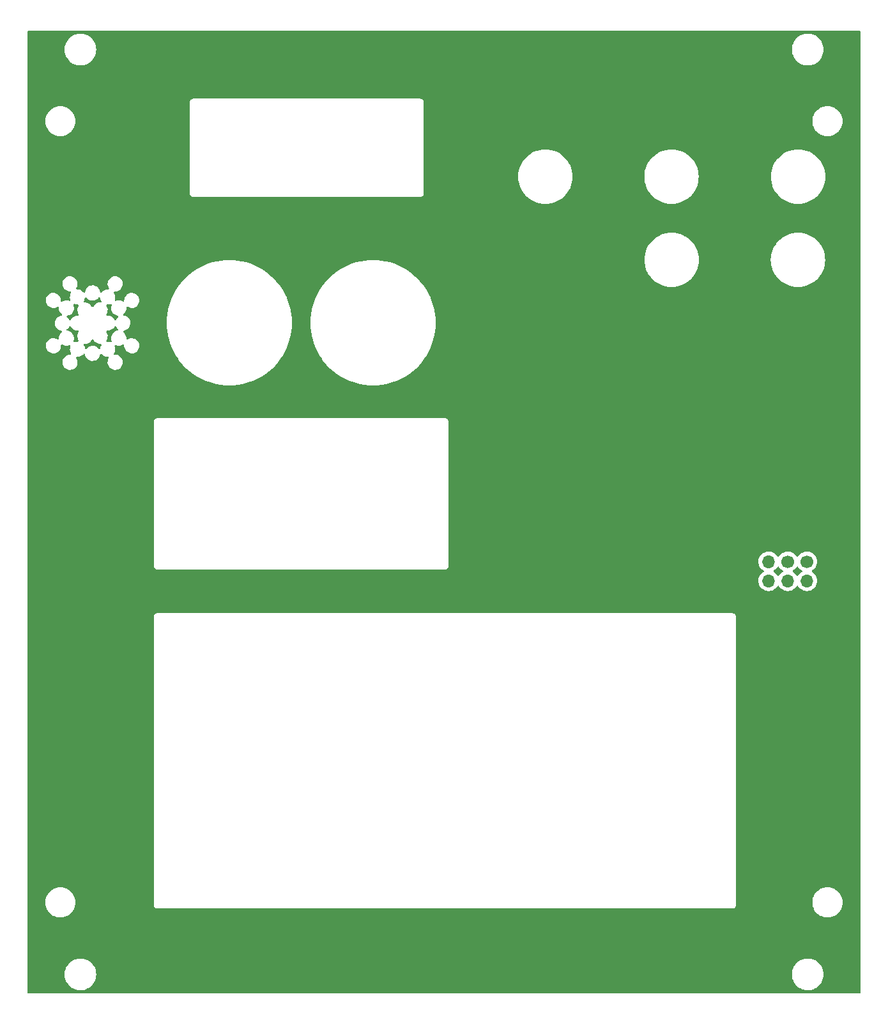
<source format=gbr>
%TF.GenerationSoftware,KiCad,Pcbnew,7.0.2*%
%TF.CreationDate,2023-07-16T23:24:56-06:00*%
%TF.ProjectId,dc31-front,64633331-2d66-4726-9f6e-742e6b696361,rev?*%
%TF.SameCoordinates,Original*%
%TF.FileFunction,Copper,L1,Top*%
%TF.FilePolarity,Positive*%
%FSLAX46Y46*%
G04 Gerber Fmt 4.6, Leading zero omitted, Abs format (unit mm)*
G04 Created by KiCad (PCBNEW 7.0.2) date 2023-07-16 23:24:56*
%MOMM*%
%LPD*%
G01*
G04 APERTURE LIST*
%TA.AperFunction,ComponentPad*%
%ADD10O,1.700000X1.700000*%
%TD*%
%TA.AperFunction,ComponentPad*%
%ADD11C,1.700000*%
%TD*%
G04 APERTURE END LIST*
D10*
%TO.P,X101,2,GND*%
%TO.N,GND*%
X195180000Y-104735000D03*
%TO.P,X101,1,VCC*%
%TO.N,+3V3*%
X195180000Y-102195000D03*
%TO.P,X101,4,SCL*%
%TO.N,SCL*%
X197720000Y-104735000D03*
D11*
%TO.P,X101,3,SDA*%
%TO.N,SDA*%
X197720000Y-102195000D03*
D10*
%TO.P,X101,6,GPIO2*%
%TO.N,unconnected-(X101-GPIO2-Pad6)*%
X200260000Y-104735000D03*
D11*
%TO.P,X101,5,GPIO1*%
%TO.N,unconnected-(X101-GPIO1-Pad5)*%
X200260000Y-102195000D03*
%TD*%
%TA.AperFunction,NonConductor*%
G36*
X207313986Y-31890185D02*
G01*
X207359741Y-31942989D01*
X207370947Y-31994500D01*
X207370947Y-159241947D01*
X207351262Y-159308986D01*
X207298458Y-159354741D01*
X207246947Y-159365947D01*
X97094500Y-159365947D01*
X97027461Y-159346262D01*
X96981706Y-159293458D01*
X96970500Y-159241947D01*
X96970500Y-156869000D01*
X101865992Y-156869000D01*
X101866281Y-156873225D01*
X101879811Y-157071033D01*
X101885602Y-157155686D01*
X101886461Y-157159824D01*
X101886463Y-157159832D01*
X101943203Y-157432880D01*
X101944066Y-157437032D01*
X102040296Y-157707797D01*
X102042243Y-157711555D01*
X102042245Y-157711559D01*
X102153633Y-157926527D01*
X102172499Y-157962936D01*
X102174945Y-157966401D01*
X102335766Y-158194235D01*
X102335770Y-158194240D01*
X102338211Y-158197698D01*
X102534347Y-158407708D01*
X102757253Y-158589055D01*
X103002775Y-158738361D01*
X103266342Y-158852844D01*
X103486784Y-158914608D01*
X103538962Y-158929228D01*
X103538964Y-158929228D01*
X103543042Y-158930371D01*
X103827722Y-158969500D01*
X103831959Y-158969500D01*
X104110841Y-158969500D01*
X104115078Y-158969500D01*
X104399758Y-158930371D01*
X104676458Y-158852844D01*
X104940025Y-158738361D01*
X105185547Y-158589055D01*
X105408453Y-158407708D01*
X105604589Y-158197698D01*
X105770301Y-157962936D01*
X105902504Y-157707797D01*
X105998734Y-157437032D01*
X106057198Y-157155686D01*
X106076808Y-156869000D01*
X198265992Y-156869000D01*
X198266281Y-156873225D01*
X198279811Y-157071033D01*
X198285602Y-157155686D01*
X198286461Y-157159824D01*
X198286463Y-157159832D01*
X198343203Y-157432880D01*
X198344066Y-157437032D01*
X198440296Y-157707797D01*
X198442243Y-157711555D01*
X198442245Y-157711559D01*
X198553633Y-157926527D01*
X198572499Y-157962936D01*
X198574945Y-157966401D01*
X198735766Y-158194235D01*
X198735770Y-158194240D01*
X198738211Y-158197698D01*
X198934347Y-158407708D01*
X199157253Y-158589055D01*
X199402775Y-158738361D01*
X199666342Y-158852844D01*
X199886784Y-158914608D01*
X199938962Y-158929228D01*
X199938964Y-158929228D01*
X199943042Y-158930371D01*
X200227722Y-158969500D01*
X200231959Y-158969500D01*
X200510841Y-158969500D01*
X200515078Y-158969500D01*
X200799758Y-158930371D01*
X201076458Y-158852844D01*
X201340025Y-158738361D01*
X201585547Y-158589055D01*
X201808453Y-158407708D01*
X202004589Y-158197698D01*
X202170301Y-157962936D01*
X202302504Y-157707797D01*
X202398734Y-157437032D01*
X202457198Y-157155686D01*
X202476808Y-156869000D01*
X202457198Y-156582314D01*
X202398734Y-156300968D01*
X202302504Y-156030203D01*
X202170301Y-155775064D01*
X202004589Y-155540302D01*
X201808453Y-155330292D01*
X201805171Y-155327622D01*
X201805168Y-155327619D01*
X201588829Y-155151615D01*
X201588828Y-155151614D01*
X201585547Y-155148945D01*
X201340025Y-154999639D01*
X201336145Y-154997953D01*
X201336138Y-154997950D01*
X201080339Y-154886841D01*
X201080329Y-154886837D01*
X201076458Y-154885156D01*
X201072386Y-154884015D01*
X200803837Y-154808771D01*
X200803824Y-154808768D01*
X200799758Y-154807629D01*
X200795568Y-154807053D01*
X200795558Y-154807051D01*
X200519275Y-154769076D01*
X200519262Y-154769075D01*
X200515078Y-154768500D01*
X200227722Y-154768500D01*
X200223538Y-154769075D01*
X200223524Y-154769076D01*
X199947241Y-154807051D01*
X199947228Y-154807053D01*
X199943042Y-154807629D01*
X199938977Y-154808767D01*
X199938962Y-154808771D01*
X199670413Y-154884015D01*
X199670408Y-154884016D01*
X199666342Y-154885156D01*
X199662475Y-154886835D01*
X199662460Y-154886841D01*
X199406661Y-154997950D01*
X199406648Y-154997956D01*
X199402775Y-154999639D01*
X199399164Y-155001834D01*
X199399156Y-155001839D01*
X199160865Y-155146748D01*
X199160860Y-155146751D01*
X199157253Y-155148945D01*
X199153978Y-155151609D01*
X199153970Y-155151615D01*
X198937631Y-155327619D01*
X198937620Y-155327628D01*
X198934347Y-155330292D01*
X198931468Y-155333374D01*
X198931459Y-155333383D01*
X198741099Y-155537209D01*
X198741094Y-155537214D01*
X198738211Y-155540302D01*
X198735775Y-155543752D01*
X198735766Y-155543764D01*
X198574945Y-155771598D01*
X198574941Y-155771603D01*
X198572499Y-155775064D01*
X198570553Y-155778818D01*
X198570549Y-155778826D01*
X198442245Y-156026440D01*
X198442240Y-156026450D01*
X198440296Y-156030203D01*
X198438879Y-156034188D01*
X198438875Y-156034199D01*
X198405442Y-156128272D01*
X198344066Y-156300968D01*
X198343204Y-156305113D01*
X198343203Y-156305119D01*
X198286463Y-156578167D01*
X198286461Y-156578177D01*
X198285602Y-156582314D01*
X198285313Y-156586529D01*
X198285313Y-156586534D01*
X198266281Y-156864774D01*
X198265992Y-156869000D01*
X106076808Y-156869000D01*
X106057198Y-156582314D01*
X105998734Y-156300968D01*
X105902504Y-156030203D01*
X105770301Y-155775064D01*
X105604589Y-155540302D01*
X105408453Y-155330292D01*
X105405171Y-155327622D01*
X105405168Y-155327619D01*
X105188829Y-155151615D01*
X105188828Y-155151614D01*
X105185547Y-155148945D01*
X104940025Y-154999639D01*
X104936145Y-154997953D01*
X104936138Y-154997950D01*
X104680339Y-154886841D01*
X104680329Y-154886837D01*
X104676458Y-154885156D01*
X104672386Y-154884015D01*
X104403837Y-154808771D01*
X104403824Y-154808768D01*
X104399758Y-154807629D01*
X104395568Y-154807053D01*
X104395558Y-154807051D01*
X104119275Y-154769076D01*
X104119262Y-154769075D01*
X104115078Y-154768500D01*
X103827722Y-154768500D01*
X103823538Y-154769075D01*
X103823524Y-154769076D01*
X103547241Y-154807051D01*
X103547228Y-154807053D01*
X103543042Y-154807629D01*
X103538977Y-154808767D01*
X103538962Y-154808771D01*
X103270413Y-154884015D01*
X103270408Y-154884016D01*
X103266342Y-154885156D01*
X103262475Y-154886835D01*
X103262460Y-154886841D01*
X103006661Y-154997950D01*
X103006648Y-154997956D01*
X103002775Y-154999639D01*
X102999164Y-155001834D01*
X102999156Y-155001839D01*
X102760865Y-155146748D01*
X102760860Y-155146751D01*
X102757253Y-155148945D01*
X102753978Y-155151609D01*
X102753970Y-155151615D01*
X102537631Y-155327619D01*
X102537620Y-155327628D01*
X102534347Y-155330292D01*
X102531468Y-155333374D01*
X102531459Y-155333383D01*
X102341099Y-155537209D01*
X102341094Y-155537214D01*
X102338211Y-155540302D01*
X102335775Y-155543752D01*
X102335766Y-155543764D01*
X102174945Y-155771598D01*
X102174941Y-155771603D01*
X102172499Y-155775064D01*
X102170553Y-155778818D01*
X102170549Y-155778826D01*
X102042245Y-156026440D01*
X102042240Y-156026450D01*
X102040296Y-156030203D01*
X102038879Y-156034188D01*
X102038875Y-156034199D01*
X102005442Y-156128272D01*
X101944066Y-156300968D01*
X101943204Y-156305113D01*
X101943203Y-156305119D01*
X101886463Y-156578167D01*
X101886461Y-156578177D01*
X101885602Y-156582314D01*
X101885313Y-156586529D01*
X101885313Y-156586534D01*
X101866281Y-156864774D01*
X101865992Y-156869000D01*
X96970500Y-156869000D01*
X96970500Y-147340000D01*
X99314389Y-147340000D01*
X99334804Y-147625429D01*
X99395629Y-147905041D01*
X99395631Y-147905046D01*
X99481460Y-148135163D01*
X99495634Y-148173163D01*
X99632772Y-148424313D01*
X99718517Y-148538855D01*
X99804261Y-148653395D01*
X100006605Y-148855739D01*
X100178415Y-148984354D01*
X100235686Y-149027227D01*
X100375435Y-149103535D01*
X100486839Y-149164367D01*
X100754954Y-149264369D01*
X100754957Y-149264369D01*
X100754958Y-149264370D01*
X100807217Y-149275738D01*
X101034572Y-149325196D01*
X101320000Y-149345610D01*
X101605428Y-149325196D01*
X101885046Y-149264369D01*
X102153161Y-149164367D01*
X102404315Y-149027226D01*
X102633395Y-148855739D01*
X102835739Y-148653395D01*
X103007226Y-148424315D01*
X103144367Y-148173161D01*
X103244369Y-147905046D01*
X103305196Y-147625428D01*
X103325610Y-147340000D01*
X103305196Y-147054572D01*
X103244369Y-146774954D01*
X103144367Y-146506839D01*
X103083535Y-146395435D01*
X103007227Y-146255686D01*
X102964354Y-146198414D01*
X102835739Y-146026605D01*
X102633395Y-145824261D01*
X102518854Y-145738517D01*
X102404313Y-145652772D01*
X102153163Y-145515634D01*
X102153162Y-145515633D01*
X102153161Y-145515633D01*
X101885046Y-145415631D01*
X101885041Y-145415629D01*
X101605429Y-145354804D01*
X101320000Y-145334389D01*
X101034570Y-145354804D01*
X100754958Y-145415629D01*
X100486836Y-145515634D01*
X100235686Y-145652772D01*
X100006602Y-145824263D01*
X99804263Y-146026602D01*
X99632772Y-146255686D01*
X99495634Y-146506836D01*
X99395629Y-146774958D01*
X99334804Y-147054570D01*
X99314389Y-147340000D01*
X96970500Y-147340000D01*
X96970500Y-109468038D01*
X113699499Y-109468038D01*
X113699500Y-147721960D01*
X113707190Y-147748153D01*
X113710947Y-147765426D01*
X113714835Y-147792457D01*
X113726173Y-147817283D01*
X113732354Y-147833857D01*
X113740045Y-147860049D01*
X113740046Y-147860051D01*
X113740047Y-147860053D01*
X113754810Y-147883025D01*
X113763283Y-147898543D01*
X113774622Y-147923372D01*
X113792495Y-147943998D01*
X113803097Y-147958162D01*
X113817855Y-147981127D01*
X113838487Y-147999005D01*
X113850992Y-148011510D01*
X113868872Y-148032143D01*
X113891836Y-148046901D01*
X113906002Y-148057505D01*
X113926625Y-148075376D01*
X113926626Y-148075376D01*
X113926627Y-148075377D01*
X113951455Y-148086715D01*
X113966977Y-148095192D01*
X113989944Y-148109952D01*
X113989946Y-148109952D01*
X113989947Y-148109953D01*
X114016135Y-148117642D01*
X114032713Y-148123826D01*
X114053191Y-148133177D01*
X114057543Y-148135165D01*
X114084570Y-148139051D01*
X114101849Y-148142810D01*
X114128039Y-148150500D01*
X190441960Y-148150500D01*
X190441961Y-148150500D01*
X190468156Y-148142808D01*
X190485426Y-148139051D01*
X190512457Y-148135165D01*
X190537287Y-148123824D01*
X190553865Y-148117642D01*
X190580051Y-148109954D01*
X190580053Y-148109953D01*
X190603020Y-148095192D01*
X190618546Y-148086715D01*
X190643369Y-148075379D01*
X190643369Y-148075378D01*
X190643373Y-148075377D01*
X190664012Y-148057491D01*
X190678155Y-148046905D01*
X190701128Y-148032143D01*
X190719008Y-148011507D01*
X190731507Y-147999008D01*
X190752143Y-147981128D01*
X190766905Y-147958155D01*
X190777491Y-147944012D01*
X190795377Y-147923373D01*
X190806714Y-147898546D01*
X190815194Y-147883018D01*
X190829953Y-147860053D01*
X190829955Y-147860049D01*
X190837642Y-147833865D01*
X190843824Y-147817287D01*
X190855165Y-147792457D01*
X190859051Y-147765426D01*
X190862809Y-147748153D01*
X190870500Y-147721961D01*
X190870500Y-147578039D01*
X190870500Y-147526685D01*
X190870499Y-147526676D01*
X190870499Y-147339999D01*
X200974389Y-147339999D01*
X200994804Y-147625429D01*
X201055629Y-147905041D01*
X201055631Y-147905046D01*
X201141460Y-148135163D01*
X201155634Y-148173163D01*
X201292772Y-148424313D01*
X201378517Y-148538855D01*
X201464261Y-148653395D01*
X201666605Y-148855739D01*
X201838415Y-148984354D01*
X201895686Y-149027227D01*
X202035435Y-149103535D01*
X202146839Y-149164367D01*
X202414954Y-149264369D01*
X202414957Y-149264369D01*
X202414958Y-149264370D01*
X202467217Y-149275738D01*
X202694572Y-149325196D01*
X202980000Y-149345610D01*
X203265428Y-149325196D01*
X203545046Y-149264369D01*
X203813161Y-149164367D01*
X204064315Y-149027226D01*
X204293395Y-148855739D01*
X204495739Y-148653395D01*
X204667226Y-148424315D01*
X204804367Y-148173161D01*
X204904369Y-147905046D01*
X204965196Y-147625428D01*
X204985610Y-147340000D01*
X204965196Y-147054572D01*
X204904369Y-146774954D01*
X204804367Y-146506839D01*
X204743535Y-146395435D01*
X204667227Y-146255686D01*
X204624354Y-146198414D01*
X204495739Y-146026605D01*
X204293395Y-145824261D01*
X204178855Y-145738517D01*
X204064313Y-145652772D01*
X203813163Y-145515634D01*
X203813162Y-145515633D01*
X203813161Y-145515633D01*
X203545046Y-145415631D01*
X203545041Y-145415629D01*
X203265429Y-145354804D01*
X202980000Y-145334389D01*
X202694570Y-145354804D01*
X202414958Y-145415629D01*
X202146836Y-145515634D01*
X201895686Y-145652772D01*
X201666602Y-145824263D01*
X201464263Y-146026602D01*
X201292772Y-146255686D01*
X201155634Y-146506836D01*
X201055629Y-146774958D01*
X200994804Y-147054570D01*
X200974389Y-147339999D01*
X190870499Y-147339999D01*
X190870500Y-109504201D01*
X190870500Y-109468039D01*
X190862811Y-109441853D01*
X190859050Y-109424566D01*
X190855165Y-109397543D01*
X190853177Y-109393191D01*
X190843826Y-109372713D01*
X190837642Y-109356135D01*
X190829952Y-109329944D01*
X190815192Y-109306977D01*
X190806713Y-109291450D01*
X190795376Y-109266625D01*
X190777505Y-109246002D01*
X190766901Y-109231836D01*
X190752143Y-109208872D01*
X190731510Y-109190992D01*
X190719005Y-109178487D01*
X190701127Y-109157855D01*
X190678162Y-109143097D01*
X190663998Y-109132495D01*
X190643372Y-109114622D01*
X190618543Y-109103283D01*
X190603025Y-109094810D01*
X190580053Y-109080047D01*
X190580051Y-109080046D01*
X190580049Y-109080045D01*
X190553857Y-109072354D01*
X190537288Y-109066174D01*
X190512457Y-109054835D01*
X190485426Y-109050947D01*
X190468153Y-109047190D01*
X190441961Y-109039500D01*
X190405799Y-109039500D01*
X114271961Y-109039500D01*
X114128039Y-109039500D01*
X114101844Y-109047190D01*
X114084567Y-109050948D01*
X114057541Y-109054834D01*
X114032711Y-109066174D01*
X114016140Y-109072355D01*
X113989947Y-109080046D01*
X113966979Y-109094806D01*
X113951463Y-109103278D01*
X113926629Y-109114620D01*
X113905998Y-109132497D01*
X113891842Y-109143094D01*
X113868871Y-109157857D01*
X113850992Y-109178490D01*
X113838490Y-109190992D01*
X113817857Y-109208871D01*
X113803094Y-109231842D01*
X113792497Y-109245998D01*
X113774620Y-109266629D01*
X113763278Y-109291463D01*
X113754806Y-109306979D01*
X113740046Y-109329947D01*
X113732355Y-109356140D01*
X113726174Y-109372711D01*
X113714834Y-109397541D01*
X113710948Y-109424567D01*
X113707190Y-109441844D01*
X113699499Y-109468038D01*
X96970500Y-109468038D01*
X96970500Y-104734999D01*
X193824340Y-104734999D01*
X193844936Y-104970407D01*
X193889709Y-105137501D01*
X193906097Y-105198663D01*
X194005965Y-105412830D01*
X194141505Y-105606401D01*
X194308599Y-105773495D01*
X194502170Y-105909035D01*
X194716337Y-106008903D01*
X194944592Y-106070063D01*
X195180000Y-106090659D01*
X195415408Y-106070063D01*
X195643663Y-106008903D01*
X195857830Y-105909035D01*
X196051401Y-105773495D01*
X196218495Y-105606401D01*
X196348426Y-105420839D01*
X196403002Y-105377216D01*
X196472500Y-105370022D01*
X196534855Y-105401545D01*
X196551571Y-105420837D01*
X196681505Y-105606401D01*
X196848599Y-105773495D01*
X197042170Y-105909035D01*
X197256337Y-106008903D01*
X197484592Y-106070063D01*
X197720000Y-106090659D01*
X197955408Y-106070063D01*
X198183663Y-106008903D01*
X198397830Y-105909035D01*
X198591401Y-105773495D01*
X198758495Y-105606401D01*
X198888426Y-105420839D01*
X198943002Y-105377216D01*
X199012500Y-105370022D01*
X199074855Y-105401545D01*
X199091571Y-105420837D01*
X199221505Y-105606401D01*
X199388599Y-105773495D01*
X199582170Y-105909035D01*
X199796337Y-106008903D01*
X200024592Y-106070062D01*
X200024592Y-106070063D01*
X200259999Y-106090659D01*
X200259999Y-106090658D01*
X200260000Y-106090659D01*
X200495408Y-106070063D01*
X200723663Y-106008903D01*
X200937830Y-105909035D01*
X201131401Y-105773495D01*
X201298495Y-105606401D01*
X201434035Y-105412830D01*
X201533903Y-105198663D01*
X201595063Y-104970408D01*
X201615659Y-104735000D01*
X201595063Y-104499592D01*
X201533903Y-104271337D01*
X201434035Y-104057171D01*
X201298495Y-103863599D01*
X201131401Y-103696505D01*
X200945839Y-103566573D01*
X200902216Y-103511998D01*
X200895022Y-103442500D01*
X200926545Y-103380145D01*
X200945837Y-103363428D01*
X201131401Y-103233495D01*
X201298495Y-103066401D01*
X201434035Y-102872830D01*
X201533903Y-102658663D01*
X201595063Y-102430408D01*
X201615659Y-102195000D01*
X201595063Y-101959592D01*
X201533903Y-101731337D01*
X201434035Y-101517171D01*
X201298495Y-101323599D01*
X201131401Y-101156505D01*
X200937830Y-101020965D01*
X200723663Y-100921097D01*
X200662502Y-100904709D01*
X200495407Y-100859936D01*
X200259999Y-100839340D01*
X200024592Y-100859936D01*
X199796336Y-100921097D01*
X199582170Y-101020965D01*
X199388598Y-101156505D01*
X199221505Y-101323598D01*
X199091575Y-101509159D01*
X199036998Y-101552784D01*
X198967500Y-101559978D01*
X198905145Y-101528455D01*
X198888425Y-101509159D01*
X198758494Y-101323598D01*
X198591404Y-101156508D01*
X198591403Y-101156507D01*
X198591401Y-101156505D01*
X198397830Y-101020965D01*
X198183663Y-100921097D01*
X198122502Y-100904709D01*
X197955407Y-100859936D01*
X197720000Y-100839340D01*
X197484592Y-100859936D01*
X197256336Y-100921097D01*
X197042170Y-101020965D01*
X196848598Y-101156505D01*
X196681505Y-101323598D01*
X196551575Y-101509159D01*
X196496998Y-101552784D01*
X196427500Y-101559978D01*
X196365145Y-101528455D01*
X196348425Y-101509159D01*
X196218494Y-101323598D01*
X196051404Y-101156508D01*
X196051404Y-101156507D01*
X196051401Y-101156505D01*
X195857830Y-101020965D01*
X195643663Y-100921097D01*
X195582502Y-100904709D01*
X195415407Y-100859936D01*
X195179999Y-100839340D01*
X194944592Y-100859936D01*
X194716336Y-100921097D01*
X194502170Y-101020965D01*
X194308598Y-101156505D01*
X194141505Y-101323598D01*
X194005965Y-101517170D01*
X193906097Y-101731336D01*
X193844936Y-101959592D01*
X193824340Y-102195000D01*
X193844936Y-102430407D01*
X193889709Y-102597502D01*
X193906097Y-102658663D01*
X194005965Y-102872830D01*
X194141505Y-103066401D01*
X194308599Y-103233495D01*
X194494160Y-103363426D01*
X194537783Y-103418002D01*
X194544976Y-103487501D01*
X194513454Y-103549855D01*
X194494159Y-103566575D01*
X194308595Y-103696508D01*
X194141505Y-103863598D01*
X194005965Y-104057170D01*
X193906097Y-104271336D01*
X193844936Y-104499592D01*
X193824340Y-104734999D01*
X96970500Y-104734999D01*
X96970500Y-102821960D01*
X113699500Y-102821960D01*
X113707190Y-102848153D01*
X113710947Y-102865426D01*
X113712013Y-102872830D01*
X113714835Y-102892457D01*
X113726173Y-102917283D01*
X113732354Y-102933857D01*
X113740045Y-102960049D01*
X113740046Y-102960051D01*
X113740047Y-102960053D01*
X113754810Y-102983025D01*
X113763283Y-102998543D01*
X113774622Y-103023372D01*
X113792495Y-103043998D01*
X113803097Y-103058162D01*
X113817855Y-103081127D01*
X113838487Y-103099005D01*
X113850992Y-103111510D01*
X113868872Y-103132143D01*
X113891836Y-103146901D01*
X113906002Y-103157505D01*
X113926625Y-103175376D01*
X113926626Y-103175376D01*
X113926627Y-103175377D01*
X113951455Y-103186715D01*
X113966977Y-103195192D01*
X113989944Y-103209952D01*
X113989946Y-103209952D01*
X113989947Y-103209953D01*
X114016135Y-103217642D01*
X114032713Y-103223826D01*
X114053191Y-103233177D01*
X114057543Y-103235165D01*
X114084570Y-103239051D01*
X114101849Y-103242810D01*
X114128039Y-103250500D01*
X152331960Y-103250500D01*
X152331961Y-103250500D01*
X152358156Y-103242808D01*
X152375426Y-103239051D01*
X152402457Y-103235165D01*
X152427287Y-103223824D01*
X152443865Y-103217642D01*
X152470051Y-103209954D01*
X152470053Y-103209953D01*
X152493020Y-103195192D01*
X152508546Y-103186715D01*
X152533369Y-103175379D01*
X152533369Y-103175378D01*
X152533373Y-103175377D01*
X152554012Y-103157491D01*
X152568155Y-103146905D01*
X152591128Y-103132143D01*
X152609008Y-103111507D01*
X152621507Y-103099008D01*
X152642143Y-103081128D01*
X152656905Y-103058155D01*
X152667491Y-103044012D01*
X152685377Y-103023373D01*
X152696714Y-102998546D01*
X152705194Y-102983018D01*
X152719953Y-102960053D01*
X152719955Y-102960049D01*
X152727642Y-102933865D01*
X152733824Y-102917287D01*
X152745165Y-102892457D01*
X152749051Y-102865426D01*
X152752809Y-102848153D01*
X152760500Y-102821961D01*
X152760500Y-102678039D01*
X152760500Y-83674201D01*
X152760500Y-83638039D01*
X152752809Y-83611844D01*
X152749050Y-83594566D01*
X152745165Y-83567543D01*
X152743177Y-83563191D01*
X152733826Y-83542713D01*
X152727642Y-83526135D01*
X152719952Y-83499944D01*
X152705192Y-83476977D01*
X152696713Y-83461450D01*
X152685376Y-83436625D01*
X152667505Y-83416002D01*
X152656901Y-83401836D01*
X152642143Y-83378872D01*
X152621510Y-83360992D01*
X152609005Y-83348487D01*
X152591127Y-83327855D01*
X152568162Y-83313097D01*
X152553998Y-83302495D01*
X152533372Y-83284622D01*
X152508543Y-83273283D01*
X152493025Y-83264810D01*
X152470053Y-83250047D01*
X152470051Y-83250046D01*
X152470049Y-83250045D01*
X152443857Y-83242354D01*
X152427288Y-83236174D01*
X152402457Y-83224835D01*
X152375426Y-83220947D01*
X152358153Y-83217190D01*
X152331961Y-83209500D01*
X152295799Y-83209500D01*
X114271961Y-83209500D01*
X114128039Y-83209500D01*
X114101844Y-83217190D01*
X114084567Y-83220948D01*
X114057541Y-83224834D01*
X114032711Y-83236174D01*
X114016140Y-83242355D01*
X113989947Y-83250046D01*
X113966979Y-83264806D01*
X113951463Y-83273278D01*
X113926629Y-83284620D01*
X113905998Y-83302497D01*
X113891842Y-83313094D01*
X113868871Y-83327857D01*
X113850992Y-83348490D01*
X113838490Y-83360992D01*
X113817857Y-83378871D01*
X113803094Y-83401842D01*
X113792497Y-83415998D01*
X113774620Y-83436629D01*
X113763278Y-83461463D01*
X113754806Y-83476979D01*
X113740046Y-83499947D01*
X113732355Y-83526140D01*
X113726174Y-83542711D01*
X113714834Y-83567541D01*
X113710948Y-83594567D01*
X113707190Y-83611844D01*
X113699500Y-83638038D01*
X113699500Y-102821960D01*
X96970500Y-102821960D01*
X96970500Y-73655937D01*
X99384478Y-73655937D01*
X99415291Y-73857071D01*
X99485961Y-74047886D01*
X99593593Y-74220568D01*
X99593596Y-74220571D01*
X99733789Y-74368053D01*
X99900799Y-74484295D01*
X100087790Y-74564540D01*
X100287107Y-74605500D01*
X100287109Y-74605500D01*
X100436448Y-74605500D01*
X100439590Y-74605500D01*
X100591286Y-74590074D01*
X100785436Y-74529159D01*
X100963350Y-74430409D01*
X101117743Y-74297866D01*
X101242296Y-74136958D01*
X101331908Y-73954271D01*
X101382911Y-73757285D01*
X101393217Y-73554064D01*
X101393216Y-73554061D01*
X101393489Y-73548690D01*
X101416544Y-73482733D01*
X101471597Y-73439711D01*
X101541171Y-73433283D01*
X101588168Y-73453196D01*
X101632847Y-73484294D01*
X101632848Y-73484294D01*
X101632849Y-73484295D01*
X101819840Y-73564540D01*
X102019157Y-73605500D01*
X102019159Y-73605500D01*
X102168498Y-73605500D01*
X102171640Y-73605500D01*
X102323336Y-73590074D01*
X102499421Y-73534826D01*
X102569274Y-73533539D01*
X102628738Y-73570224D01*
X102658930Y-73633234D01*
X102650263Y-73702564D01*
X102647867Y-73707746D01*
X102641941Y-73719826D01*
X102626468Y-73779589D01*
X102592149Y-73912138D01*
X102590937Y-73916818D01*
X102580630Y-74120039D01*
X102611443Y-74321173D01*
X102682113Y-74511988D01*
X102743865Y-74611061D01*
X102762621Y-74678366D01*
X102742012Y-74745127D01*
X102688580Y-74790148D01*
X102638633Y-74800652D01*
X102534258Y-74800652D01*
X102531147Y-74800968D01*
X102531134Y-74800969D01*
X102382559Y-74816078D01*
X102188412Y-74876993D01*
X102010500Y-74975741D01*
X101856104Y-75108287D01*
X101731551Y-75269194D01*
X101641940Y-75451879D01*
X101616773Y-75549081D01*
X101602166Y-75605500D01*
X101590937Y-75648868D01*
X101580630Y-75852089D01*
X101611443Y-76053223D01*
X101682113Y-76244038D01*
X101789745Y-76416720D01*
X101789748Y-76416723D01*
X101929941Y-76564205D01*
X102096951Y-76680447D01*
X102283942Y-76760692D01*
X102483259Y-76801652D01*
X102483261Y-76801652D01*
X102632600Y-76801652D01*
X102635742Y-76801652D01*
X102787438Y-76786226D01*
X102981588Y-76725311D01*
X103159502Y-76626561D01*
X103313895Y-76494018D01*
X103438448Y-76333110D01*
X103528060Y-76150423D01*
X103579063Y-75953437D01*
X103589369Y-75750216D01*
X103567150Y-75605182D01*
X103558556Y-75549080D01*
X103487886Y-75358265D01*
X103426135Y-75259193D01*
X103407379Y-75191888D01*
X103427988Y-75125127D01*
X103481420Y-75080106D01*
X103531367Y-75069602D01*
X103632600Y-75069602D01*
X103635742Y-75069602D01*
X103787438Y-75054176D01*
X103981588Y-74993261D01*
X104159502Y-74894511D01*
X104313895Y-74761968D01*
X104373252Y-74685284D01*
X104429852Y-74644322D01*
X104499615Y-74640461D01*
X104560390Y-74674930D01*
X104592882Y-74736785D01*
X104593877Y-74742409D01*
X104611443Y-74857071D01*
X104682113Y-75047886D01*
X104789745Y-75220568D01*
X104789748Y-75220571D01*
X104929941Y-75368053D01*
X105096951Y-75484295D01*
X105283942Y-75564540D01*
X105483259Y-75605500D01*
X105483261Y-75605500D01*
X105632600Y-75605500D01*
X105635742Y-75605500D01*
X105787438Y-75590074D01*
X105981588Y-75529159D01*
X106159502Y-75430409D01*
X106313895Y-75297866D01*
X106438448Y-75136958D01*
X106528060Y-74954271D01*
X106579063Y-74757285D01*
X106579063Y-74757282D01*
X106582223Y-74745078D01*
X106585769Y-74745996D01*
X106601641Y-74700574D01*
X106656691Y-74657546D01*
X106726263Y-74651111D01*
X106788271Y-74683311D01*
X106792305Y-74687363D01*
X106929941Y-74832155D01*
X107096951Y-74948397D01*
X107283942Y-75028642D01*
X107483259Y-75069602D01*
X107483261Y-75069602D01*
X107633256Y-75069602D01*
X107700295Y-75089287D01*
X107746050Y-75142091D01*
X107755994Y-75211249D01*
X107736388Y-75257521D01*
X107737105Y-75257873D01*
X107641940Y-75451879D01*
X107616773Y-75549081D01*
X107602166Y-75605500D01*
X107590937Y-75648868D01*
X107580630Y-75852089D01*
X107611443Y-76053223D01*
X107682113Y-76244038D01*
X107789745Y-76416720D01*
X107789748Y-76416723D01*
X107929941Y-76564205D01*
X108096951Y-76680447D01*
X108283942Y-76760692D01*
X108483259Y-76801652D01*
X108483261Y-76801652D01*
X108632600Y-76801652D01*
X108635742Y-76801652D01*
X108787438Y-76786226D01*
X108981588Y-76725311D01*
X109159502Y-76626561D01*
X109313895Y-76494018D01*
X109438448Y-76333110D01*
X109528060Y-76150423D01*
X109579063Y-75953437D01*
X109589369Y-75750216D01*
X109567150Y-75605182D01*
X109558556Y-75549080D01*
X109487886Y-75358265D01*
X109380254Y-75185583D01*
X109338911Y-75142091D01*
X109240059Y-75038099D01*
X109073049Y-74921857D01*
X108886058Y-74841612D01*
X108686741Y-74800652D01*
X108536744Y-74800652D01*
X108469705Y-74780967D01*
X108423950Y-74728163D01*
X108414006Y-74659005D01*
X108433611Y-74612732D01*
X108432895Y-74612381D01*
X108473717Y-74529159D01*
X108528060Y-74418373D01*
X108579063Y-74221387D01*
X108589369Y-74018166D01*
X108589124Y-74016569D01*
X108558556Y-73817030D01*
X108522557Y-73719831D01*
X108511920Y-73691111D01*
X108507097Y-73621410D01*
X108540723Y-73560164D01*
X108602123Y-73526821D01*
X108671803Y-73531965D01*
X108677099Y-73534094D01*
X108748044Y-73564540D01*
X108947361Y-73605500D01*
X108947363Y-73605500D01*
X109096702Y-73605500D01*
X109099844Y-73605500D01*
X109251540Y-73590074D01*
X109445690Y-73529159D01*
X109597658Y-73444810D01*
X109665823Y-73429488D01*
X109731455Y-73453452D01*
X109773712Y-73509095D01*
X109781673Y-73559511D01*
X109776782Y-73655937D01*
X109807595Y-73857071D01*
X109878265Y-74047886D01*
X109985897Y-74220568D01*
X109985900Y-74220571D01*
X110126093Y-74368053D01*
X110293103Y-74484295D01*
X110480094Y-74564540D01*
X110679411Y-74605500D01*
X110679413Y-74605500D01*
X110828752Y-74605500D01*
X110831894Y-74605500D01*
X110983590Y-74590074D01*
X111177740Y-74529159D01*
X111355654Y-74430409D01*
X111510047Y-74297866D01*
X111634600Y-74136958D01*
X111724212Y-73954271D01*
X111775215Y-73757285D01*
X111785521Y-73554064D01*
X111781347Y-73526821D01*
X111754708Y-73352928D01*
X111684038Y-73162113D01*
X111576406Y-72989431D01*
X111559396Y-72971537D01*
X111436211Y-72841947D01*
X111269201Y-72725705D01*
X111082210Y-72645460D01*
X110882893Y-72604500D01*
X110730410Y-72604500D01*
X110727299Y-72604816D01*
X110727286Y-72604817D01*
X110578711Y-72619926D01*
X110384564Y-72680841D01*
X110232598Y-72765188D01*
X110164429Y-72780511D01*
X110098798Y-72756547D01*
X110056541Y-72700904D01*
X110048580Y-72650492D01*
X110053471Y-72554064D01*
X110022658Y-72352929D01*
X109991425Y-72268598D01*
X109951988Y-72162113D01*
X109844356Y-71989431D01*
X109838050Y-71982797D01*
X109704161Y-71841947D01*
X109673830Y-71820836D01*
X109630052Y-71766382D01*
X109622664Y-71696904D01*
X109654011Y-71634461D01*
X109714142Y-71598878D01*
X109732112Y-71595700D01*
X109787438Y-71590074D01*
X109981588Y-71529159D01*
X110159502Y-71430409D01*
X110313895Y-71297866D01*
X110438448Y-71136958D01*
X110528060Y-70954271D01*
X110579063Y-70757285D01*
X110589068Y-70560000D01*
X115404658Y-70560000D01*
X115404730Y-70562107D01*
X115423947Y-71124660D01*
X115423948Y-71124679D01*
X115424020Y-71126777D01*
X115424234Y-71128862D01*
X115424236Y-71128886D01*
X115481797Y-71688804D01*
X115482014Y-71690911D01*
X115482373Y-71692998D01*
X115482374Y-71692999D01*
X115567163Y-72184766D01*
X115578372Y-72249772D01*
X115578870Y-72251817D01*
X115578871Y-72251820D01*
X115603510Y-72352928D01*
X115712643Y-72800754D01*
X115713278Y-72802754D01*
X115713282Y-72802769D01*
X115873016Y-73306049D01*
X115884201Y-73341290D01*
X116092246Y-73868857D01*
X116093143Y-73870744D01*
X116093153Y-73870766D01*
X116322461Y-74352929D01*
X116335810Y-74380997D01*
X116356826Y-74418374D01*
X116541038Y-74745996D01*
X116613755Y-74875322D01*
X116924786Y-75349527D01*
X116926056Y-75351202D01*
X116926064Y-75351213D01*
X117061004Y-75529158D01*
X117267452Y-75801401D01*
X117268850Y-75803004D01*
X117571783Y-76150423D01*
X117640157Y-76228837D01*
X118041163Y-76629843D01*
X118468599Y-77002548D01*
X118920473Y-77345214D01*
X119394678Y-77656245D01*
X119889003Y-77934190D01*
X119890919Y-77935101D01*
X120399233Y-78176846D01*
X120399241Y-78176849D01*
X120401143Y-78177754D01*
X120928710Y-78385799D01*
X121469246Y-78557357D01*
X122020228Y-78691628D01*
X122579089Y-78787986D01*
X123143223Y-78845980D01*
X123710000Y-78865342D01*
X124276777Y-78845980D01*
X124840911Y-78787986D01*
X125399772Y-78691628D01*
X125950754Y-78557357D01*
X126491290Y-78385799D01*
X127018857Y-78177754D01*
X127530997Y-77934190D01*
X128025322Y-77656245D01*
X128499527Y-77345214D01*
X128951401Y-77002548D01*
X129378837Y-76629843D01*
X129779843Y-76228837D01*
X130152548Y-75801401D01*
X130495214Y-75349527D01*
X130806245Y-74875322D01*
X131084190Y-74380997D01*
X131327754Y-73868857D01*
X131535799Y-73341290D01*
X131707357Y-72800754D01*
X131841628Y-72249772D01*
X131937986Y-71690911D01*
X131995980Y-71126777D01*
X132015342Y-70560000D01*
X134454658Y-70560000D01*
X134454730Y-70562107D01*
X134473947Y-71124660D01*
X134473948Y-71124679D01*
X134474020Y-71126777D01*
X134474234Y-71128862D01*
X134474236Y-71128886D01*
X134531797Y-71688804D01*
X134532014Y-71690911D01*
X134532373Y-71692998D01*
X134532374Y-71692999D01*
X134617163Y-72184766D01*
X134628372Y-72249772D01*
X134628870Y-72251817D01*
X134628871Y-72251820D01*
X134653510Y-72352928D01*
X134762643Y-72800754D01*
X134763278Y-72802754D01*
X134763282Y-72802769D01*
X134923016Y-73306049D01*
X134934201Y-73341290D01*
X135142246Y-73868857D01*
X135143143Y-73870744D01*
X135143153Y-73870766D01*
X135372461Y-74352929D01*
X135385810Y-74380997D01*
X135406826Y-74418374D01*
X135591038Y-74745996D01*
X135663755Y-74875322D01*
X135974786Y-75349527D01*
X135976056Y-75351202D01*
X135976064Y-75351213D01*
X136111004Y-75529158D01*
X136317452Y-75801401D01*
X136318850Y-75803004D01*
X136621783Y-76150423D01*
X136690157Y-76228837D01*
X137091163Y-76629843D01*
X137518599Y-77002548D01*
X137970473Y-77345214D01*
X138444678Y-77656245D01*
X138939003Y-77934190D01*
X138940919Y-77935101D01*
X139449233Y-78176846D01*
X139449241Y-78176849D01*
X139451143Y-78177754D01*
X139978710Y-78385799D01*
X140519246Y-78557357D01*
X141070228Y-78691628D01*
X141629089Y-78787986D01*
X142193223Y-78845980D01*
X142760000Y-78865342D01*
X143326777Y-78845980D01*
X143890911Y-78787986D01*
X144449772Y-78691628D01*
X145000754Y-78557357D01*
X145541290Y-78385799D01*
X146068857Y-78177754D01*
X146580997Y-77934190D01*
X147075322Y-77656245D01*
X147549527Y-77345214D01*
X148001401Y-77002548D01*
X148428837Y-76629843D01*
X148829843Y-76228837D01*
X149202548Y-75801401D01*
X149545214Y-75349527D01*
X149856245Y-74875322D01*
X150134190Y-74380997D01*
X150377754Y-73868857D01*
X150585799Y-73341290D01*
X150757357Y-72800754D01*
X150891628Y-72249772D01*
X150987986Y-71690911D01*
X151045980Y-71126777D01*
X151065342Y-70560000D01*
X151045980Y-69993223D01*
X150987986Y-69429089D01*
X150891628Y-68870228D01*
X150757357Y-68319246D01*
X150585799Y-67778710D01*
X150377754Y-67251143D01*
X150350313Y-67193444D01*
X150153492Y-66779589D01*
X150134190Y-66739003D01*
X149856245Y-66244678D01*
X149545214Y-65770473D01*
X149535846Y-65758120D01*
X149358106Y-65523734D01*
X149202548Y-65318599D01*
X148976691Y-65059575D01*
X148831241Y-64892766D01*
X148831237Y-64892761D01*
X148829843Y-64891163D01*
X148428837Y-64490157D01*
X148381989Y-64449308D01*
X148172680Y-64266799D01*
X148001401Y-64117452D01*
X147638074Y-63841933D01*
X147551213Y-63776064D01*
X147551202Y-63776056D01*
X147549527Y-63774786D01*
X147075322Y-63463755D01*
X147073486Y-63462722D01*
X147073480Y-63462719D01*
X146582841Y-63186847D01*
X146580997Y-63185810D01*
X146579087Y-63184901D01*
X146579080Y-63184898D01*
X146070766Y-62943153D01*
X146070744Y-62943143D01*
X146068857Y-62942246D01*
X145541290Y-62734201D01*
X145539290Y-62733566D01*
X145539281Y-62733563D01*
X145002769Y-62563282D01*
X145002754Y-62563278D01*
X145000754Y-62562643D01*
X144943301Y-62548642D01*
X144451820Y-62428871D01*
X144451817Y-62428870D01*
X144449772Y-62428372D01*
X144447709Y-62428016D01*
X144447698Y-62428014D01*
X143892999Y-62332374D01*
X143892998Y-62332373D01*
X143890911Y-62332014D01*
X143888815Y-62331798D01*
X143888804Y-62331797D01*
X143328886Y-62274236D01*
X143328862Y-62274234D01*
X143326777Y-62274020D01*
X143324679Y-62273948D01*
X143324660Y-62273947D01*
X142762108Y-62254730D01*
X142760000Y-62254658D01*
X142757892Y-62254730D01*
X142195339Y-62273947D01*
X142195318Y-62273948D01*
X142193223Y-62274020D01*
X142191139Y-62274234D01*
X142191113Y-62274236D01*
X141631195Y-62331797D01*
X141631180Y-62331798D01*
X141629089Y-62332014D01*
X141627005Y-62332373D01*
X141627000Y-62332374D01*
X141072301Y-62428014D01*
X141072284Y-62428017D01*
X141070228Y-62428372D01*
X141068188Y-62428869D01*
X141068179Y-62428871D01*
X140521305Y-62562141D01*
X140521298Y-62562142D01*
X140519246Y-62562643D01*
X140517252Y-62563275D01*
X140517230Y-62563282D01*
X139980718Y-62733563D01*
X139980699Y-62733569D01*
X139978710Y-62734201D01*
X139976762Y-62734968D01*
X139976754Y-62734972D01*
X139453100Y-62941474D01*
X139453093Y-62941476D01*
X139451143Y-62942246D01*
X139449265Y-62943138D01*
X139449233Y-62943153D01*
X138940919Y-63184898D01*
X138940900Y-63184907D01*
X138939003Y-63185810D01*
X138937166Y-63186842D01*
X138937158Y-63186847D01*
X138446519Y-63462719D01*
X138446500Y-63462730D01*
X138444678Y-63463755D01*
X138442918Y-63464908D01*
X138442912Y-63464913D01*
X137972238Y-63773628D01*
X137972231Y-63773632D01*
X137970473Y-63774786D01*
X137968810Y-63776046D01*
X137968786Y-63776064D01*
X137520289Y-64116170D01*
X137520281Y-64116176D01*
X137518599Y-64117452D01*
X137517005Y-64118841D01*
X137516995Y-64118850D01*
X137092766Y-64488758D01*
X137092745Y-64488776D01*
X137091163Y-64490157D01*
X137089675Y-64491644D01*
X137089660Y-64491659D01*
X136691659Y-64889660D01*
X136691644Y-64889675D01*
X136690157Y-64891163D01*
X136688776Y-64892745D01*
X136688758Y-64892766D01*
X136318850Y-65316995D01*
X136318841Y-65317005D01*
X136317452Y-65318599D01*
X136316176Y-65320281D01*
X136316170Y-65320289D01*
X135976064Y-65768786D01*
X135976046Y-65768810D01*
X135974786Y-65770473D01*
X135973632Y-65772231D01*
X135973628Y-65772238D01*
X135682080Y-66216739D01*
X135663755Y-66244678D01*
X135662730Y-66246500D01*
X135662719Y-66246519D01*
X135393287Y-66725705D01*
X135385810Y-66739003D01*
X135384907Y-66740900D01*
X135384898Y-66740919D01*
X135143153Y-67249233D01*
X135143138Y-67249265D01*
X135142246Y-67251143D01*
X135141476Y-67253093D01*
X135141474Y-67253100D01*
X134934988Y-67776715D01*
X134934201Y-67778710D01*
X134933569Y-67780699D01*
X134933563Y-67780718D01*
X134763282Y-68317230D01*
X134763275Y-68317252D01*
X134762643Y-68319246D01*
X134762142Y-68321298D01*
X134762141Y-68321305D01*
X134640122Y-68822013D01*
X134628372Y-68870228D01*
X134628017Y-68872284D01*
X134628014Y-68872301D01*
X134538898Y-69389163D01*
X134532014Y-69429089D01*
X134531798Y-69431180D01*
X134531797Y-69431195D01*
X134474236Y-69991113D01*
X134474234Y-69991139D01*
X134474020Y-69993223D01*
X134473948Y-69995318D01*
X134473947Y-69995339D01*
X134467209Y-70192596D01*
X134454658Y-70560000D01*
X132015342Y-70560000D01*
X131995980Y-69993223D01*
X131937986Y-69429089D01*
X131841628Y-68870228D01*
X131707357Y-68319246D01*
X131535799Y-67778710D01*
X131327754Y-67251143D01*
X131300313Y-67193444D01*
X131103492Y-66779589D01*
X131084190Y-66739003D01*
X130806245Y-66244678D01*
X130495214Y-65770473D01*
X130485846Y-65758120D01*
X130308106Y-65523734D01*
X130152548Y-65318599D01*
X129926691Y-65059575D01*
X129781241Y-64892766D01*
X129781237Y-64892761D01*
X129779843Y-64891163D01*
X129378837Y-64490157D01*
X129331989Y-64449308D01*
X129122680Y-64266799D01*
X128951401Y-64117452D01*
X128588074Y-63841933D01*
X128501213Y-63776064D01*
X128501202Y-63776056D01*
X128499527Y-63774786D01*
X128025322Y-63463755D01*
X128023486Y-63462722D01*
X128023480Y-63462719D01*
X127532841Y-63186847D01*
X127530997Y-63185810D01*
X127529087Y-63184901D01*
X127529080Y-63184898D01*
X127020766Y-62943153D01*
X127020744Y-62943143D01*
X127018857Y-62942246D01*
X126491290Y-62734201D01*
X126489290Y-62733566D01*
X126489281Y-62733563D01*
X125952769Y-62563282D01*
X125952754Y-62563278D01*
X125950754Y-62562643D01*
X125893301Y-62548642D01*
X125401820Y-62428871D01*
X125401817Y-62428870D01*
X125399772Y-62428372D01*
X125397709Y-62428016D01*
X125397698Y-62428014D01*
X124842999Y-62332374D01*
X124842998Y-62332373D01*
X124840911Y-62332014D01*
X124838815Y-62331798D01*
X124838804Y-62331797D01*
X124278886Y-62274236D01*
X124278862Y-62274234D01*
X124276777Y-62274020D01*
X124274679Y-62273948D01*
X124274660Y-62273947D01*
X123712108Y-62254730D01*
X123710000Y-62254658D01*
X123707892Y-62254730D01*
X123145339Y-62273947D01*
X123145318Y-62273948D01*
X123143223Y-62274020D01*
X123141139Y-62274234D01*
X123141113Y-62274236D01*
X122581195Y-62331797D01*
X122581180Y-62331798D01*
X122579089Y-62332014D01*
X122577005Y-62332373D01*
X122577000Y-62332374D01*
X122022301Y-62428014D01*
X122022284Y-62428017D01*
X122020228Y-62428372D01*
X122018188Y-62428869D01*
X122018179Y-62428871D01*
X121471305Y-62562141D01*
X121471298Y-62562142D01*
X121469246Y-62562643D01*
X121467252Y-62563275D01*
X121467230Y-62563282D01*
X120930718Y-62733563D01*
X120930699Y-62733569D01*
X120928710Y-62734201D01*
X120926762Y-62734968D01*
X120926754Y-62734972D01*
X120403100Y-62941474D01*
X120403093Y-62941476D01*
X120401143Y-62942246D01*
X120399265Y-62943138D01*
X120399233Y-62943153D01*
X119890919Y-63184898D01*
X119890900Y-63184907D01*
X119889003Y-63185810D01*
X119887166Y-63186842D01*
X119887158Y-63186847D01*
X119396519Y-63462719D01*
X119396500Y-63462730D01*
X119394678Y-63463755D01*
X119392918Y-63464908D01*
X119392912Y-63464913D01*
X118922238Y-63773628D01*
X118922231Y-63773632D01*
X118920473Y-63774786D01*
X118918810Y-63776046D01*
X118918786Y-63776064D01*
X118470289Y-64116170D01*
X118470281Y-64116176D01*
X118468599Y-64117452D01*
X118467005Y-64118841D01*
X118466995Y-64118850D01*
X118042766Y-64488758D01*
X118042745Y-64488776D01*
X118041163Y-64490157D01*
X118039675Y-64491644D01*
X118039660Y-64491659D01*
X117641659Y-64889660D01*
X117641644Y-64889675D01*
X117640157Y-64891163D01*
X117638776Y-64892745D01*
X117638758Y-64892766D01*
X117268850Y-65316995D01*
X117268841Y-65317005D01*
X117267452Y-65318599D01*
X117266176Y-65320281D01*
X117266170Y-65320289D01*
X116926064Y-65768786D01*
X116926046Y-65768810D01*
X116924786Y-65770473D01*
X116923632Y-65772231D01*
X116923628Y-65772238D01*
X116632080Y-66216739D01*
X116613755Y-66244678D01*
X116612730Y-66246500D01*
X116612719Y-66246519D01*
X116343287Y-66725705D01*
X116335810Y-66739003D01*
X116334907Y-66740900D01*
X116334898Y-66740919D01*
X116093153Y-67249233D01*
X116093138Y-67249265D01*
X116092246Y-67251143D01*
X116091476Y-67253093D01*
X116091474Y-67253100D01*
X115884988Y-67776715D01*
X115884201Y-67778710D01*
X115883569Y-67780699D01*
X115883563Y-67780718D01*
X115713282Y-68317230D01*
X115713275Y-68317252D01*
X115712643Y-68319246D01*
X115712142Y-68321298D01*
X115712141Y-68321305D01*
X115590122Y-68822013D01*
X115578372Y-68870228D01*
X115578017Y-68872284D01*
X115578014Y-68872301D01*
X115488898Y-69389163D01*
X115482014Y-69429089D01*
X115481798Y-69431180D01*
X115481797Y-69431195D01*
X115424236Y-69991113D01*
X115424234Y-69991139D01*
X115424020Y-69993223D01*
X115423948Y-69995318D01*
X115423947Y-69995339D01*
X115417209Y-70192596D01*
X115404658Y-70560000D01*
X110589068Y-70560000D01*
X110589369Y-70554064D01*
X110586685Y-70536547D01*
X110558556Y-70352928D01*
X110487886Y-70162113D01*
X110380254Y-69989431D01*
X110373803Y-69982644D01*
X110240059Y-69841947D01*
X110073049Y-69725705D01*
X109886058Y-69645460D01*
X109719790Y-69611291D01*
X109658086Y-69578515D01*
X109623897Y-69517582D01*
X109628079Y-69447837D01*
X109663979Y-69395747D01*
X109777997Y-69297866D01*
X109902550Y-69136958D01*
X109992162Y-68954271D01*
X110043165Y-68757285D01*
X110053471Y-68554064D01*
X110053470Y-68554061D01*
X110053743Y-68548690D01*
X110076798Y-68482733D01*
X110131851Y-68439711D01*
X110201425Y-68433283D01*
X110248422Y-68453196D01*
X110293101Y-68484294D01*
X110293102Y-68484294D01*
X110293103Y-68484295D01*
X110480094Y-68564540D01*
X110679411Y-68605500D01*
X110679413Y-68605500D01*
X110828752Y-68605500D01*
X110831894Y-68605500D01*
X110983590Y-68590074D01*
X111177740Y-68529159D01*
X111355654Y-68430409D01*
X111510047Y-68297866D01*
X111634600Y-68136958D01*
X111724212Y-67954271D01*
X111775215Y-67757285D01*
X111785521Y-67554064D01*
X111754708Y-67352929D01*
X111724988Y-67272683D01*
X111684038Y-67162113D01*
X111576406Y-66989431D01*
X111569955Y-66982644D01*
X111436211Y-66841947D01*
X111269201Y-66725705D01*
X111082210Y-66645460D01*
X110882893Y-66604500D01*
X110730410Y-66604500D01*
X110727299Y-66604816D01*
X110727286Y-66604817D01*
X110578711Y-66619926D01*
X110384564Y-66680841D01*
X110206652Y-66779589D01*
X110052256Y-66912135D01*
X109927703Y-67073042D01*
X109838092Y-67255727D01*
X109812925Y-67352929D01*
X109792865Y-67430409D01*
X109787089Y-67452716D01*
X109776510Y-67661310D01*
X109753455Y-67727266D01*
X109698401Y-67770288D01*
X109628828Y-67776715D01*
X109581832Y-67756804D01*
X109537151Y-67725705D01*
X109350160Y-67645460D01*
X109322496Y-67639775D01*
X109150843Y-67604500D01*
X108998360Y-67604500D01*
X108995249Y-67604816D01*
X108995236Y-67604817D01*
X108846661Y-67619926D01*
X108670582Y-67675172D01*
X108600724Y-67676460D01*
X108541260Y-67639775D01*
X108511069Y-67576765D01*
X108519737Y-67507435D01*
X108522135Y-67502247D01*
X108528060Y-67490169D01*
X108579063Y-67293183D01*
X108589369Y-67089962D01*
X108582923Y-67047887D01*
X108558556Y-66888826D01*
X108487886Y-66698011D01*
X108426135Y-66598939D01*
X108407379Y-66531634D01*
X108427988Y-66464873D01*
X108481420Y-66419852D01*
X108531367Y-66409348D01*
X108632600Y-66409348D01*
X108635742Y-66409348D01*
X108787438Y-66393922D01*
X108981588Y-66333007D01*
X109159502Y-66234257D01*
X109313895Y-66101714D01*
X109438448Y-65940806D01*
X109528060Y-65758119D01*
X109579063Y-65561133D01*
X109589369Y-65357912D01*
X109583605Y-65320289D01*
X109558556Y-65156776D01*
X109487886Y-64965961D01*
X109380254Y-64793279D01*
X109333375Y-64743963D01*
X109240059Y-64645795D01*
X109073049Y-64529553D01*
X108886058Y-64449308D01*
X108686741Y-64408348D01*
X108534258Y-64408348D01*
X108531147Y-64408664D01*
X108531134Y-64408665D01*
X108382559Y-64423774D01*
X108188412Y-64484689D01*
X108010500Y-64583437D01*
X107856104Y-64715983D01*
X107731551Y-64876890D01*
X107641940Y-65059575D01*
X107590937Y-65256564D01*
X107580630Y-65459785D01*
X107611443Y-65660919D01*
X107682113Y-65851734D01*
X107743865Y-65950807D01*
X107762621Y-66018112D01*
X107742012Y-66084873D01*
X107688580Y-66129894D01*
X107638633Y-66140398D01*
X107534258Y-66140398D01*
X107531147Y-66140714D01*
X107531134Y-66140715D01*
X107382559Y-66155824D01*
X107188412Y-66216739D01*
X107010500Y-66315487D01*
X106990093Y-66333006D01*
X106856105Y-66448032D01*
X106856103Y-66448033D01*
X106856101Y-66448036D01*
X106796747Y-66524714D01*
X106740146Y-66565678D01*
X106670383Y-66569537D01*
X106609608Y-66535067D01*
X106577116Y-66473212D01*
X106576122Y-66467589D01*
X106558556Y-66352928D01*
X106487886Y-66162113D01*
X106380254Y-65989431D01*
X106345127Y-65952478D01*
X106240059Y-65841947D01*
X106073049Y-65725705D01*
X105886058Y-65645460D01*
X105686741Y-65604500D01*
X105534258Y-65604500D01*
X105531147Y-65604816D01*
X105531134Y-65604817D01*
X105382559Y-65619926D01*
X105188412Y-65680841D01*
X105010500Y-65779589D01*
X104856104Y-65912135D01*
X104731551Y-66073042D01*
X104641940Y-66255727D01*
X104626467Y-66315489D01*
X104590937Y-66452715D01*
X104590936Y-66452717D01*
X104587777Y-66464922D01*
X104584233Y-66464004D01*
X104568335Y-66509457D01*
X104513272Y-66552467D01*
X104443698Y-66558881D01*
X104381700Y-66526661D01*
X104377690Y-66522632D01*
X104338911Y-66481837D01*
X104240059Y-66377845D01*
X104073049Y-66261603D01*
X103886058Y-66181358D01*
X103686741Y-66140398D01*
X103536744Y-66140398D01*
X103469705Y-66120713D01*
X103423950Y-66067909D01*
X103414006Y-65998751D01*
X103433611Y-65952478D01*
X103432895Y-65952127D01*
X103482140Y-65851734D01*
X103528060Y-65758119D01*
X103579063Y-65561133D01*
X103589369Y-65357912D01*
X103583605Y-65320289D01*
X103558556Y-65156776D01*
X103487886Y-64965961D01*
X103380254Y-64793279D01*
X103333375Y-64743963D01*
X103240059Y-64645795D01*
X103073049Y-64529553D01*
X102886058Y-64449308D01*
X102686741Y-64408348D01*
X102534258Y-64408348D01*
X102531147Y-64408664D01*
X102531134Y-64408665D01*
X102382559Y-64423774D01*
X102188412Y-64484689D01*
X102010500Y-64583437D01*
X101856104Y-64715983D01*
X101731551Y-64876890D01*
X101641940Y-65059575D01*
X101590937Y-65256564D01*
X101580630Y-65459785D01*
X101611443Y-65660919D01*
X101682113Y-65851734D01*
X101789745Y-66024416D01*
X101789748Y-66024419D01*
X101929941Y-66171901D01*
X102096951Y-66288143D01*
X102283942Y-66368388D01*
X102483259Y-66409348D01*
X102483261Y-66409348D01*
X102633256Y-66409348D01*
X102700295Y-66429033D01*
X102746050Y-66481837D01*
X102755994Y-66550995D01*
X102736388Y-66597267D01*
X102737105Y-66597619D01*
X102641940Y-66791625D01*
X102590937Y-66988614D01*
X102580630Y-67191835D01*
X102611443Y-67392969D01*
X102658078Y-67518886D01*
X102662902Y-67588589D01*
X102629276Y-67649835D01*
X102567876Y-67683179D01*
X102498196Y-67678034D01*
X102492898Y-67675903D01*
X102421959Y-67645461D01*
X102421957Y-67645460D01*
X102421956Y-67645460D01*
X102222639Y-67604500D01*
X102070156Y-67604500D01*
X102067045Y-67604816D01*
X102067032Y-67604817D01*
X101918457Y-67619926D01*
X101724310Y-67680841D01*
X101572344Y-67765188D01*
X101504175Y-67780511D01*
X101438544Y-67756547D01*
X101396287Y-67700904D01*
X101388326Y-67650492D01*
X101393217Y-67554064D01*
X101362404Y-67352929D01*
X101332684Y-67272683D01*
X101291734Y-67162113D01*
X101184102Y-66989431D01*
X101177651Y-66982644D01*
X101043907Y-66841947D01*
X100876897Y-66725705D01*
X100689906Y-66645460D01*
X100490589Y-66604500D01*
X100338106Y-66604500D01*
X100334995Y-66604816D01*
X100334982Y-66604817D01*
X100186407Y-66619926D01*
X99992260Y-66680841D01*
X99814348Y-66779589D01*
X99659952Y-66912135D01*
X99535399Y-67073042D01*
X99445788Y-67255727D01*
X99420621Y-67352929D01*
X99400561Y-67430409D01*
X99394785Y-67452716D01*
X99384478Y-67655937D01*
X99415291Y-67857071D01*
X99485961Y-68047886D01*
X99593593Y-68220568D01*
X99593596Y-68220571D01*
X99733789Y-68368053D01*
X99900799Y-68484295D01*
X100087790Y-68564540D01*
X100287107Y-68605500D01*
X100287109Y-68605500D01*
X100436448Y-68605500D01*
X100439590Y-68605500D01*
X100591286Y-68590074D01*
X100785436Y-68529159D01*
X100937404Y-68444810D01*
X101005569Y-68429488D01*
X101071201Y-68453452D01*
X101113458Y-68509095D01*
X101121419Y-68559511D01*
X101116528Y-68655937D01*
X101147341Y-68857071D01*
X101218011Y-69047886D01*
X101325643Y-69220568D01*
X101327214Y-69222221D01*
X101465839Y-69368053D01*
X101496169Y-69389163D01*
X101539947Y-69443617D01*
X101547335Y-69513095D01*
X101515988Y-69575538D01*
X101455858Y-69611121D01*
X101437877Y-69614301D01*
X101382559Y-69619926D01*
X101188412Y-69680841D01*
X101010500Y-69779589D01*
X100856104Y-69912135D01*
X100731551Y-70073042D01*
X100641940Y-70255727D01*
X100590937Y-70452716D01*
X100580630Y-70655937D01*
X100611443Y-70857071D01*
X100682113Y-71047886D01*
X100789745Y-71220568D01*
X100789748Y-71220571D01*
X100929941Y-71368053D01*
X101096951Y-71484295D01*
X101283942Y-71564540D01*
X101450209Y-71598708D01*
X101511912Y-71631483D01*
X101546102Y-71692417D01*
X101541920Y-71762161D01*
X101506018Y-71814254D01*
X101392003Y-71912134D01*
X101392002Y-71912135D01*
X101267449Y-72073042D01*
X101177838Y-72255727D01*
X101126835Y-72452716D01*
X101116256Y-72661310D01*
X101093201Y-72727266D01*
X101038147Y-72770288D01*
X100968574Y-72776715D01*
X100921578Y-72756804D01*
X100911019Y-72749455D01*
X100876897Y-72725705D01*
X100689906Y-72645460D01*
X100490589Y-72604500D01*
X100338106Y-72604500D01*
X100334995Y-72604816D01*
X100334982Y-72604817D01*
X100186407Y-72619926D01*
X99992260Y-72680841D01*
X99814348Y-72779589D01*
X99659952Y-72912135D01*
X99535399Y-73073042D01*
X99445788Y-73255727D01*
X99420621Y-73352929D01*
X99396832Y-73444811D01*
X99394785Y-73452716D01*
X99384478Y-73655937D01*
X96970500Y-73655937D01*
X96970500Y-62220000D01*
X178714559Y-62220000D01*
X178714729Y-62223243D01*
X178732549Y-62563282D01*
X178734310Y-62596871D01*
X178734815Y-62600064D01*
X178734817Y-62600076D01*
X178792838Y-62966404D01*
X178792840Y-62966417D01*
X178793347Y-62969613D01*
X178794184Y-62972737D01*
X178794186Y-62972746D01*
X178851554Y-63186847D01*
X178891022Y-63334143D01*
X178892179Y-63337158D01*
X178892182Y-63337166D01*
X178940775Y-63463755D01*
X179026266Y-63686465D01*
X179027735Y-63689348D01*
X179027739Y-63689357D01*
X179157378Y-63943787D01*
X179197597Y-64022721D01*
X179403137Y-64339225D01*
X179550937Y-64521743D01*
X179633250Y-64623392D01*
X179640635Y-64632511D01*
X179907489Y-64899365D01*
X180200775Y-65136863D01*
X180517279Y-65342403D01*
X180853535Y-65513734D01*
X181205857Y-65648978D01*
X181570387Y-65746653D01*
X181943129Y-65805690D01*
X182320000Y-65825441D01*
X182696871Y-65805690D01*
X183069613Y-65746653D01*
X183434143Y-65648978D01*
X183786465Y-65513734D01*
X184122721Y-65342403D01*
X184439225Y-65136863D01*
X184732511Y-64899365D01*
X184999365Y-64632511D01*
X185236863Y-64339225D01*
X185442403Y-64022721D01*
X185613734Y-63686465D01*
X185748978Y-63334143D01*
X185846653Y-62969613D01*
X185905690Y-62596871D01*
X185924917Y-62230000D01*
X195464559Y-62230000D01*
X195464729Y-62233243D01*
X195482025Y-62563282D01*
X195484310Y-62606871D01*
X195484815Y-62610064D01*
X195484817Y-62610076D01*
X195542838Y-62976404D01*
X195542840Y-62976417D01*
X195543347Y-62979613D01*
X195544184Y-62982737D01*
X195544186Y-62982746D01*
X195640183Y-63341013D01*
X195641022Y-63344143D01*
X195642179Y-63347158D01*
X195642182Y-63347166D01*
X195686539Y-63462719D01*
X195776266Y-63696465D01*
X195777735Y-63699348D01*
X195777739Y-63699357D01*
X195943891Y-64025448D01*
X195947597Y-64032721D01*
X196153137Y-64349225D01*
X196267261Y-64490157D01*
X196342799Y-64583439D01*
X196390635Y-64642511D01*
X196657489Y-64909365D01*
X196950775Y-65146863D01*
X197267279Y-65352403D01*
X197603535Y-65523734D01*
X197955857Y-65658978D01*
X198320387Y-65756653D01*
X198693129Y-65815690D01*
X199070000Y-65835441D01*
X199446871Y-65815690D01*
X199819613Y-65756653D01*
X200184143Y-65658978D01*
X200536465Y-65523734D01*
X200872721Y-65352403D01*
X201189225Y-65146863D01*
X201482511Y-64909365D01*
X201749365Y-64642511D01*
X201986863Y-64349225D01*
X202192403Y-64032721D01*
X202363734Y-63696465D01*
X202498978Y-63344143D01*
X202596653Y-62979613D01*
X202655690Y-62606871D01*
X202675441Y-62230000D01*
X202655690Y-61853129D01*
X202596653Y-61480387D01*
X202498978Y-61115857D01*
X202363734Y-60763535D01*
X202192403Y-60427280D01*
X201986863Y-60110775D01*
X201749365Y-59817489D01*
X201482511Y-59550635D01*
X201189225Y-59313137D01*
X200872721Y-59107597D01*
X200869833Y-59106125D01*
X200869827Y-59106122D01*
X200539357Y-58937739D01*
X200539348Y-58937735D01*
X200536465Y-58936266D01*
X200533433Y-58935102D01*
X200187166Y-58802182D01*
X200187158Y-58802179D01*
X200184143Y-58801022D01*
X200181018Y-58800184D01*
X200181013Y-58800183D01*
X199822746Y-58704186D01*
X199822737Y-58704184D01*
X199819613Y-58703347D01*
X199816417Y-58702840D01*
X199816404Y-58702838D01*
X199450076Y-58644817D01*
X199450064Y-58644815D01*
X199446871Y-58644310D01*
X199443638Y-58644140D01*
X199443633Y-58644140D01*
X199073244Y-58624729D01*
X199070000Y-58624559D01*
X199066756Y-58624729D01*
X198696366Y-58644140D01*
X198696359Y-58644140D01*
X198693129Y-58644310D01*
X198689937Y-58644815D01*
X198689923Y-58644817D01*
X198323595Y-58702838D01*
X198323578Y-58702841D01*
X198320387Y-58703347D01*
X198317266Y-58704183D01*
X198317253Y-58704186D01*
X197958986Y-58800183D01*
X197958975Y-58800186D01*
X197955857Y-58801022D01*
X197952846Y-58802177D01*
X197952833Y-58802182D01*
X197606566Y-58935102D01*
X197606557Y-58935105D01*
X197603535Y-58936266D01*
X197600658Y-58937731D01*
X197600642Y-58937739D01*
X197270173Y-59106122D01*
X197270159Y-59106129D01*
X197267280Y-59107597D01*
X197264560Y-59109363D01*
X197264552Y-59109368D01*
X196953503Y-59311365D01*
X196953497Y-59311368D01*
X196950775Y-59313137D01*
X196948255Y-59315177D01*
X196948249Y-59315182D01*
X196660007Y-59548595D01*
X196659996Y-59548604D01*
X196657489Y-59550635D01*
X196655204Y-59552919D01*
X196655194Y-59552929D01*
X196392929Y-59815194D01*
X196392919Y-59815204D01*
X196390635Y-59817489D01*
X196388604Y-59819996D01*
X196388595Y-59820007D01*
X196155182Y-60108249D01*
X196155177Y-60108255D01*
X196153137Y-60110775D01*
X196151368Y-60113497D01*
X196151365Y-60113503D01*
X195949368Y-60424552D01*
X195949363Y-60424560D01*
X195947597Y-60427280D01*
X195946129Y-60430159D01*
X195946122Y-60430173D01*
X195777739Y-60760642D01*
X195777731Y-60760658D01*
X195776266Y-60763535D01*
X195775105Y-60766557D01*
X195775102Y-60766566D01*
X195642182Y-61112833D01*
X195642177Y-61112846D01*
X195641022Y-61115857D01*
X195640186Y-61118975D01*
X195640183Y-61118986D01*
X195544186Y-61477253D01*
X195544183Y-61477266D01*
X195543347Y-61480387D01*
X195542841Y-61483578D01*
X195542838Y-61483595D01*
X195484817Y-61849923D01*
X195484815Y-61849937D01*
X195484310Y-61853129D01*
X195464559Y-62230000D01*
X185924917Y-62230000D01*
X185925441Y-62220000D01*
X185905690Y-61843129D01*
X185846653Y-61470387D01*
X185748978Y-61105857D01*
X185613734Y-60753535D01*
X185442403Y-60417280D01*
X185236863Y-60100775D01*
X184999365Y-59807489D01*
X184732511Y-59540635D01*
X184439225Y-59303137D01*
X184122721Y-59097597D01*
X184119833Y-59096125D01*
X184119827Y-59096122D01*
X183789357Y-58927739D01*
X183789348Y-58927735D01*
X183786465Y-58926266D01*
X183783433Y-58925102D01*
X183437166Y-58792182D01*
X183437158Y-58792179D01*
X183434143Y-58791022D01*
X183431018Y-58790184D01*
X183431013Y-58790183D01*
X183072746Y-58694186D01*
X183072737Y-58694184D01*
X183069613Y-58693347D01*
X183066417Y-58692840D01*
X183066404Y-58692838D01*
X182700076Y-58634817D01*
X182700064Y-58634815D01*
X182696871Y-58634310D01*
X182693638Y-58634140D01*
X182693633Y-58634140D01*
X182323244Y-58614729D01*
X182320000Y-58614559D01*
X182316756Y-58614729D01*
X181946366Y-58634140D01*
X181946359Y-58634140D01*
X181943129Y-58634310D01*
X181939937Y-58634815D01*
X181939923Y-58634817D01*
X181573595Y-58692838D01*
X181573578Y-58692841D01*
X181570387Y-58693347D01*
X181567266Y-58694183D01*
X181567253Y-58694186D01*
X181208986Y-58790183D01*
X181208975Y-58790186D01*
X181205857Y-58791022D01*
X181202846Y-58792177D01*
X181202833Y-58792182D01*
X180856566Y-58925102D01*
X180856557Y-58925105D01*
X180853535Y-58926266D01*
X180850658Y-58927731D01*
X180850642Y-58927739D01*
X180520173Y-59096122D01*
X180520159Y-59096129D01*
X180517280Y-59097597D01*
X180514560Y-59099363D01*
X180514552Y-59099368D01*
X180203503Y-59301365D01*
X180203497Y-59301368D01*
X180200775Y-59303137D01*
X180198255Y-59305177D01*
X180198249Y-59305182D01*
X179910007Y-59538595D01*
X179909996Y-59538604D01*
X179907489Y-59540635D01*
X179905204Y-59542919D01*
X179905194Y-59542929D01*
X179642929Y-59805194D01*
X179642919Y-59805204D01*
X179640635Y-59807489D01*
X179638604Y-59809996D01*
X179638595Y-59810007D01*
X179405182Y-60098249D01*
X179405177Y-60098255D01*
X179403137Y-60100775D01*
X179401368Y-60103497D01*
X179401365Y-60103503D01*
X179199368Y-60414552D01*
X179199363Y-60414560D01*
X179197597Y-60417280D01*
X179196129Y-60420159D01*
X179196122Y-60420173D01*
X179027739Y-60750642D01*
X179027731Y-60750658D01*
X179026266Y-60753535D01*
X179025105Y-60756557D01*
X179025102Y-60756566D01*
X178892182Y-61102833D01*
X178892177Y-61102846D01*
X178891022Y-61105857D01*
X178890186Y-61108975D01*
X178890183Y-61108986D01*
X178794186Y-61467253D01*
X178794183Y-61467266D01*
X178793347Y-61470387D01*
X178792841Y-61473578D01*
X178792838Y-61473595D01*
X178734817Y-61839923D01*
X178734815Y-61839937D01*
X178734310Y-61843129D01*
X178714559Y-62220000D01*
X96970500Y-62220000D01*
X96970500Y-53461960D01*
X118449500Y-53461960D01*
X118457190Y-53488153D01*
X118460947Y-53505426D01*
X118464835Y-53532457D01*
X118476173Y-53557283D01*
X118482354Y-53573857D01*
X118490045Y-53600049D01*
X118490046Y-53600051D01*
X118490047Y-53600053D01*
X118504810Y-53623025D01*
X118513283Y-53638543D01*
X118524622Y-53663372D01*
X118542495Y-53683998D01*
X118553097Y-53698162D01*
X118567855Y-53721127D01*
X118588487Y-53739005D01*
X118600992Y-53751510D01*
X118618872Y-53772143D01*
X118641836Y-53786901D01*
X118656002Y-53797505D01*
X118676625Y-53815376D01*
X118676626Y-53815376D01*
X118676627Y-53815377D01*
X118701455Y-53826715D01*
X118716977Y-53835192D01*
X118739944Y-53849952D01*
X118739946Y-53849952D01*
X118739947Y-53849953D01*
X118766135Y-53857642D01*
X118782713Y-53863826D01*
X118803191Y-53873177D01*
X118807543Y-53875165D01*
X118834570Y-53879051D01*
X118851849Y-53882810D01*
X118878039Y-53890500D01*
X149061960Y-53890500D01*
X149061961Y-53890500D01*
X149088156Y-53882808D01*
X149105426Y-53879051D01*
X149132457Y-53875165D01*
X149157287Y-53863824D01*
X149173865Y-53857642D01*
X149200051Y-53849954D01*
X149200053Y-53849953D01*
X149223020Y-53835192D01*
X149238546Y-53826715D01*
X149263369Y-53815379D01*
X149263369Y-53815378D01*
X149263373Y-53815377D01*
X149284012Y-53797491D01*
X149298155Y-53786905D01*
X149321128Y-53772143D01*
X149339008Y-53751507D01*
X149351507Y-53739008D01*
X149372143Y-53721128D01*
X149386905Y-53698155D01*
X149397491Y-53684012D01*
X149415377Y-53663373D01*
X149426714Y-53638546D01*
X149435194Y-53623018D01*
X149449953Y-53600053D01*
X149449955Y-53600049D01*
X149457642Y-53573865D01*
X149463824Y-53557287D01*
X149475165Y-53532457D01*
X149479051Y-53505426D01*
X149482809Y-53488153D01*
X149490500Y-53461961D01*
X149490500Y-53318039D01*
X149490500Y-53318038D01*
X149490500Y-51200000D01*
X161984559Y-51200000D01*
X162004310Y-51576871D01*
X162004815Y-51580064D01*
X162004817Y-51580076D01*
X162062838Y-51946404D01*
X162062840Y-51946417D01*
X162063347Y-51949613D01*
X162064184Y-51952737D01*
X162064186Y-51952746D01*
X162112162Y-52131795D01*
X162161022Y-52314143D01*
X162162179Y-52317158D01*
X162162182Y-52317166D01*
X162200907Y-52418048D01*
X162296266Y-52666465D01*
X162297735Y-52669348D01*
X162297739Y-52669357D01*
X162306568Y-52686684D01*
X162467597Y-53002721D01*
X162673137Y-53319225D01*
X162910635Y-53612511D01*
X163177489Y-53879365D01*
X163470775Y-54116863D01*
X163787279Y-54322403D01*
X164123535Y-54493734D01*
X164475857Y-54628978D01*
X164840387Y-54726653D01*
X165213129Y-54785690D01*
X165590000Y-54805441D01*
X165966871Y-54785690D01*
X166339613Y-54726653D01*
X166704143Y-54628978D01*
X167056465Y-54493734D01*
X167392721Y-54322403D01*
X167709225Y-54116863D01*
X168002511Y-53879365D01*
X168269365Y-53612511D01*
X168506863Y-53319225D01*
X168712403Y-53002721D01*
X168883734Y-52666465D01*
X169018978Y-52314143D01*
X169116653Y-51949613D01*
X169175690Y-51576871D01*
X169194917Y-51210000D01*
X178704559Y-51210000D01*
X178724310Y-51586871D01*
X178724815Y-51590064D01*
X178724817Y-51590076D01*
X178782838Y-51956404D01*
X178782840Y-51956417D01*
X178783347Y-51959613D01*
X178784184Y-51962737D01*
X178784186Y-51962746D01*
X178880183Y-52321013D01*
X178881022Y-52324143D01*
X178882179Y-52327158D01*
X178882182Y-52327166D01*
X179011263Y-52663433D01*
X179016266Y-52676465D01*
X179017735Y-52679348D01*
X179017739Y-52679357D01*
X179183891Y-53005448D01*
X179187597Y-53012721D01*
X179393137Y-53329225D01*
X179630635Y-53622511D01*
X179897489Y-53889365D01*
X180190775Y-54126863D01*
X180507279Y-54332403D01*
X180843535Y-54503734D01*
X181195857Y-54638978D01*
X181560387Y-54736653D01*
X181933129Y-54795690D01*
X182310000Y-54815441D01*
X182686871Y-54795690D01*
X183059613Y-54736653D01*
X183424143Y-54638978D01*
X183776465Y-54503734D01*
X184112721Y-54332403D01*
X184429225Y-54126863D01*
X184722511Y-53889365D01*
X184989365Y-53622511D01*
X185226863Y-53329225D01*
X185432403Y-53012721D01*
X185603734Y-52676465D01*
X185738978Y-52324143D01*
X185836653Y-51959613D01*
X185895690Y-51586871D01*
X185915441Y-51210000D01*
X185914917Y-51200000D01*
X195474559Y-51200000D01*
X195494310Y-51576871D01*
X195494815Y-51580064D01*
X195494817Y-51580076D01*
X195552838Y-51946404D01*
X195552840Y-51946417D01*
X195553347Y-51949613D01*
X195554184Y-51952737D01*
X195554186Y-51952746D01*
X195602162Y-52131795D01*
X195651022Y-52314143D01*
X195652179Y-52317158D01*
X195652182Y-52317166D01*
X195690907Y-52418048D01*
X195786266Y-52666465D01*
X195787735Y-52669348D01*
X195787739Y-52669357D01*
X195796568Y-52686684D01*
X195957597Y-53002721D01*
X196163137Y-53319225D01*
X196400635Y-53612511D01*
X196667489Y-53879365D01*
X196960775Y-54116863D01*
X197277279Y-54322403D01*
X197613535Y-54493734D01*
X197965857Y-54628978D01*
X198330387Y-54726653D01*
X198703129Y-54785690D01*
X199080000Y-54805441D01*
X199456871Y-54785690D01*
X199829613Y-54726653D01*
X200194143Y-54628978D01*
X200546465Y-54493734D01*
X200882721Y-54322403D01*
X201199225Y-54116863D01*
X201492511Y-53879365D01*
X201759365Y-53612511D01*
X201996863Y-53319225D01*
X202202403Y-53002721D01*
X202373734Y-52666465D01*
X202508978Y-52314143D01*
X202606653Y-51949613D01*
X202665690Y-51576871D01*
X202685441Y-51200000D01*
X202665690Y-50823129D01*
X202606653Y-50450387D01*
X202508978Y-50085857D01*
X202373734Y-49733535D01*
X202202403Y-49397280D01*
X201996863Y-49080775D01*
X201759365Y-48787489D01*
X201492511Y-48520635D01*
X201199225Y-48283137D01*
X200882721Y-48077597D01*
X200879833Y-48076125D01*
X200879827Y-48076122D01*
X200549357Y-47907739D01*
X200549348Y-47907735D01*
X200546465Y-47906266D01*
X200543433Y-47905102D01*
X200197166Y-47772182D01*
X200197158Y-47772179D01*
X200194143Y-47771022D01*
X200191018Y-47770184D01*
X200191013Y-47770183D01*
X199832746Y-47674186D01*
X199832737Y-47674184D01*
X199829613Y-47673347D01*
X199826417Y-47672840D01*
X199826404Y-47672838D01*
X199460076Y-47614817D01*
X199460064Y-47614815D01*
X199456871Y-47614310D01*
X199453638Y-47614140D01*
X199453633Y-47614140D01*
X199083244Y-47594729D01*
X199080000Y-47594559D01*
X199076756Y-47594729D01*
X198706366Y-47614140D01*
X198706359Y-47614140D01*
X198703129Y-47614310D01*
X198699937Y-47614815D01*
X198699923Y-47614817D01*
X198333595Y-47672838D01*
X198333578Y-47672841D01*
X198330387Y-47673347D01*
X198327266Y-47674183D01*
X198327253Y-47674186D01*
X197968986Y-47770183D01*
X197968975Y-47770186D01*
X197965857Y-47771022D01*
X197962846Y-47772177D01*
X197962833Y-47772182D01*
X197616566Y-47905102D01*
X197616557Y-47905105D01*
X197613535Y-47906266D01*
X197610658Y-47907731D01*
X197610642Y-47907739D01*
X197280173Y-48076122D01*
X197280159Y-48076129D01*
X197277280Y-48077597D01*
X197274560Y-48079363D01*
X197274552Y-48079368D01*
X196963503Y-48281365D01*
X196963497Y-48281368D01*
X196960775Y-48283137D01*
X196958255Y-48285177D01*
X196958249Y-48285182D01*
X196670007Y-48518595D01*
X196669996Y-48518604D01*
X196667489Y-48520635D01*
X196665204Y-48522919D01*
X196665194Y-48522929D01*
X196402929Y-48785194D01*
X196402919Y-48785204D01*
X196400635Y-48787489D01*
X196398604Y-48789996D01*
X196398595Y-48790007D01*
X196165182Y-49078249D01*
X196165177Y-49078255D01*
X196163137Y-49080775D01*
X196161368Y-49083497D01*
X196161365Y-49083503D01*
X195959368Y-49394552D01*
X195959363Y-49394560D01*
X195957597Y-49397280D01*
X195956129Y-49400159D01*
X195956122Y-49400173D01*
X195787739Y-49730642D01*
X195787731Y-49730658D01*
X195786266Y-49733535D01*
X195785105Y-49736557D01*
X195785102Y-49736566D01*
X195652182Y-50082833D01*
X195652177Y-50082846D01*
X195651022Y-50085857D01*
X195650186Y-50088975D01*
X195650183Y-50088986D01*
X195554186Y-50447253D01*
X195554183Y-50447266D01*
X195553347Y-50450387D01*
X195552841Y-50453578D01*
X195552838Y-50453595D01*
X195494817Y-50819923D01*
X195494815Y-50819937D01*
X195494310Y-50823129D01*
X195474559Y-51200000D01*
X185914917Y-51200000D01*
X185895690Y-50833129D01*
X185836653Y-50460387D01*
X185738978Y-50095857D01*
X185603734Y-49743535D01*
X185432403Y-49407280D01*
X185226863Y-49090775D01*
X184989365Y-48797489D01*
X184722511Y-48530635D01*
X184429225Y-48293137D01*
X184112721Y-48087597D01*
X184109833Y-48086125D01*
X184109827Y-48086122D01*
X183779357Y-47917739D01*
X183779348Y-47917735D01*
X183776465Y-47916266D01*
X183773433Y-47915102D01*
X183427166Y-47782182D01*
X183427158Y-47782179D01*
X183424143Y-47781022D01*
X183421018Y-47780184D01*
X183421013Y-47780183D01*
X183062746Y-47684186D01*
X183062737Y-47684184D01*
X183059613Y-47683347D01*
X183056417Y-47682840D01*
X183056404Y-47682838D01*
X182690076Y-47624817D01*
X182690064Y-47624815D01*
X182686871Y-47624310D01*
X182683638Y-47624140D01*
X182683633Y-47624140D01*
X182313244Y-47604729D01*
X182310000Y-47604559D01*
X182306756Y-47604729D01*
X181936366Y-47624140D01*
X181936359Y-47624140D01*
X181933129Y-47624310D01*
X181929937Y-47624815D01*
X181929923Y-47624817D01*
X181563595Y-47682838D01*
X181563578Y-47682841D01*
X181560387Y-47683347D01*
X181557266Y-47684183D01*
X181557253Y-47684186D01*
X181198986Y-47780183D01*
X181198975Y-47780186D01*
X181195857Y-47781022D01*
X181192846Y-47782177D01*
X181192833Y-47782182D01*
X180846566Y-47915102D01*
X180846557Y-47915105D01*
X180843535Y-47916266D01*
X180840658Y-47917731D01*
X180840642Y-47917739D01*
X180510173Y-48086122D01*
X180510159Y-48086129D01*
X180507280Y-48087597D01*
X180504560Y-48089363D01*
X180504552Y-48089368D01*
X180193503Y-48291365D01*
X180193497Y-48291368D01*
X180190775Y-48293137D01*
X180188255Y-48295177D01*
X180188249Y-48295182D01*
X179900007Y-48528595D01*
X179899996Y-48528604D01*
X179897489Y-48530635D01*
X179895204Y-48532919D01*
X179895194Y-48532929D01*
X179632929Y-48795194D01*
X179632919Y-48795204D01*
X179630635Y-48797489D01*
X179628604Y-48799996D01*
X179628595Y-48800007D01*
X179395182Y-49088249D01*
X179395177Y-49088255D01*
X179393137Y-49090775D01*
X179391368Y-49093497D01*
X179391365Y-49093503D01*
X179189368Y-49404552D01*
X179189363Y-49404560D01*
X179187597Y-49407280D01*
X179186129Y-49410159D01*
X179186122Y-49410173D01*
X179017739Y-49740642D01*
X179017731Y-49740658D01*
X179016266Y-49743535D01*
X179015105Y-49746557D01*
X179015102Y-49746566D01*
X178882182Y-50092833D01*
X178882177Y-50092846D01*
X178881022Y-50095857D01*
X178880186Y-50098975D01*
X178880183Y-50098986D01*
X178784186Y-50457253D01*
X178784183Y-50457266D01*
X178783347Y-50460387D01*
X178782841Y-50463578D01*
X178782838Y-50463595D01*
X178724817Y-50829923D01*
X178724815Y-50829937D01*
X178724310Y-50833129D01*
X178704559Y-51210000D01*
X169194917Y-51210000D01*
X169195441Y-51200000D01*
X169175690Y-50823129D01*
X169116653Y-50450387D01*
X169018978Y-50085857D01*
X168883734Y-49733535D01*
X168712403Y-49397280D01*
X168506863Y-49080775D01*
X168269365Y-48787489D01*
X168002511Y-48520635D01*
X167709225Y-48283137D01*
X167392721Y-48077597D01*
X167389833Y-48076125D01*
X167389827Y-48076122D01*
X167059357Y-47907739D01*
X167059348Y-47907735D01*
X167056465Y-47906266D01*
X167053433Y-47905102D01*
X166707166Y-47772182D01*
X166707158Y-47772179D01*
X166704143Y-47771022D01*
X166701018Y-47770184D01*
X166701013Y-47770183D01*
X166342746Y-47674186D01*
X166342737Y-47674184D01*
X166339613Y-47673347D01*
X166336417Y-47672840D01*
X166336404Y-47672838D01*
X165970076Y-47614817D01*
X165970064Y-47614815D01*
X165966871Y-47614310D01*
X165963638Y-47614140D01*
X165963633Y-47614140D01*
X165593244Y-47594729D01*
X165590000Y-47594559D01*
X165586756Y-47594729D01*
X165216366Y-47614140D01*
X165216359Y-47614140D01*
X165213129Y-47614310D01*
X165209937Y-47614815D01*
X165209923Y-47614817D01*
X164843595Y-47672838D01*
X164843578Y-47672841D01*
X164840387Y-47673347D01*
X164837266Y-47674183D01*
X164837253Y-47674186D01*
X164478986Y-47770183D01*
X164478975Y-47770186D01*
X164475857Y-47771022D01*
X164472846Y-47772177D01*
X164472833Y-47772182D01*
X164126566Y-47905102D01*
X164126557Y-47905105D01*
X164123535Y-47906266D01*
X164120658Y-47907731D01*
X164120642Y-47907739D01*
X163790173Y-48076122D01*
X163790159Y-48076129D01*
X163787280Y-48077597D01*
X163784560Y-48079363D01*
X163784552Y-48079368D01*
X163473503Y-48281365D01*
X163473497Y-48281368D01*
X163470775Y-48283137D01*
X163468255Y-48285177D01*
X163468249Y-48285182D01*
X163180007Y-48518595D01*
X163179996Y-48518604D01*
X163177489Y-48520635D01*
X163175204Y-48522919D01*
X163175194Y-48522929D01*
X162912929Y-48785194D01*
X162912919Y-48785204D01*
X162910635Y-48787489D01*
X162908604Y-48789996D01*
X162908595Y-48790007D01*
X162675182Y-49078249D01*
X162675177Y-49078255D01*
X162673137Y-49080775D01*
X162671368Y-49083497D01*
X162671365Y-49083503D01*
X162469368Y-49394552D01*
X162469363Y-49394560D01*
X162467597Y-49397280D01*
X162466129Y-49400159D01*
X162466122Y-49400173D01*
X162297739Y-49730642D01*
X162297731Y-49730658D01*
X162296266Y-49733535D01*
X162295105Y-49736557D01*
X162295102Y-49736566D01*
X162162182Y-50082833D01*
X162162177Y-50082846D01*
X162161022Y-50085857D01*
X162160186Y-50088975D01*
X162160183Y-50088986D01*
X162064186Y-50447253D01*
X162064183Y-50447266D01*
X162063347Y-50450387D01*
X162062841Y-50453578D01*
X162062838Y-50453595D01*
X162004817Y-50819923D01*
X162004815Y-50819937D01*
X162004310Y-50823129D01*
X161984559Y-51200000D01*
X149490500Y-51200000D01*
X149490500Y-43859999D01*
X200974389Y-43859999D01*
X200994804Y-44145429D01*
X201055629Y-44425041D01*
X201155634Y-44693163D01*
X201292772Y-44944313D01*
X201378517Y-45058855D01*
X201464261Y-45173395D01*
X201666605Y-45375739D01*
X201838415Y-45504354D01*
X201895686Y-45547227D01*
X202035435Y-45623535D01*
X202146839Y-45684367D01*
X202414954Y-45784369D01*
X202414957Y-45784369D01*
X202414958Y-45784370D01*
X202467217Y-45795738D01*
X202694572Y-45845196D01*
X202980000Y-45865610D01*
X203265428Y-45845196D01*
X203545046Y-45784369D01*
X203813161Y-45684367D01*
X204064315Y-45547226D01*
X204293395Y-45375739D01*
X204495739Y-45173395D01*
X204667226Y-44944315D01*
X204804367Y-44693161D01*
X204904369Y-44425046D01*
X204965196Y-44145428D01*
X204985610Y-43860000D01*
X204965196Y-43574572D01*
X204904369Y-43294954D01*
X204804367Y-43026839D01*
X204743535Y-42915435D01*
X204667227Y-42775686D01*
X204624354Y-42718414D01*
X204495739Y-42546605D01*
X204293395Y-42344261D01*
X204178854Y-42258517D01*
X204064313Y-42172772D01*
X203813163Y-42035634D01*
X203813162Y-42035633D01*
X203813161Y-42035633D01*
X203545046Y-41935631D01*
X203545041Y-41935629D01*
X203265429Y-41874804D01*
X202980000Y-41854389D01*
X202694570Y-41874804D01*
X202414958Y-41935629D01*
X202146836Y-42035634D01*
X201895686Y-42172772D01*
X201666602Y-42344263D01*
X201464263Y-42546602D01*
X201292772Y-42775686D01*
X201155634Y-43026836D01*
X201055629Y-43294958D01*
X200994804Y-43574570D01*
X200974389Y-43859999D01*
X149490500Y-43859999D01*
X149490500Y-41354201D01*
X149490500Y-41318039D01*
X149482809Y-41291844D01*
X149479050Y-41274566D01*
X149475165Y-41247543D01*
X149473177Y-41243191D01*
X149463826Y-41222713D01*
X149457642Y-41206135D01*
X149449952Y-41179944D01*
X149435192Y-41156977D01*
X149426713Y-41141450D01*
X149415376Y-41116625D01*
X149397505Y-41096002D01*
X149386901Y-41081836D01*
X149372143Y-41058872D01*
X149351510Y-41040992D01*
X149339005Y-41028487D01*
X149321127Y-41007855D01*
X149298162Y-40993097D01*
X149283998Y-40982495D01*
X149263372Y-40964622D01*
X149238543Y-40953283D01*
X149223025Y-40944810D01*
X149200053Y-40930047D01*
X149200051Y-40930046D01*
X149200049Y-40930045D01*
X149173857Y-40922354D01*
X149157288Y-40916174D01*
X149132457Y-40904835D01*
X149105426Y-40900947D01*
X149088153Y-40897190D01*
X149061961Y-40889500D01*
X149025799Y-40889500D01*
X119021961Y-40889500D01*
X118878039Y-40889500D01*
X118851844Y-40897190D01*
X118834567Y-40900948D01*
X118807541Y-40904834D01*
X118782711Y-40916174D01*
X118766140Y-40922355D01*
X118739947Y-40930046D01*
X118716979Y-40944806D01*
X118701463Y-40953278D01*
X118676629Y-40964620D01*
X118655998Y-40982497D01*
X118641842Y-40993094D01*
X118618871Y-41007857D01*
X118600992Y-41028490D01*
X118588490Y-41040992D01*
X118567857Y-41058871D01*
X118553094Y-41081842D01*
X118542497Y-41095998D01*
X118524620Y-41116629D01*
X118513278Y-41141463D01*
X118504806Y-41156979D01*
X118490046Y-41179947D01*
X118482355Y-41206140D01*
X118476174Y-41222711D01*
X118464834Y-41247541D01*
X118460948Y-41274567D01*
X118457190Y-41291844D01*
X118449500Y-41318038D01*
X118449500Y-53461960D01*
X96970500Y-53461960D01*
X96970500Y-43860000D01*
X99314389Y-43860000D01*
X99334804Y-44145429D01*
X99395629Y-44425041D01*
X99495634Y-44693163D01*
X99632772Y-44944313D01*
X99718517Y-45058854D01*
X99804261Y-45173395D01*
X100006605Y-45375739D01*
X100178415Y-45504354D01*
X100235686Y-45547227D01*
X100375435Y-45623535D01*
X100486839Y-45684367D01*
X100754954Y-45784369D01*
X100754957Y-45784369D01*
X100754958Y-45784370D01*
X100807217Y-45795738D01*
X101034572Y-45845196D01*
X101320000Y-45865610D01*
X101605428Y-45845196D01*
X101885046Y-45784369D01*
X102153161Y-45684367D01*
X102404315Y-45547226D01*
X102633395Y-45375739D01*
X102835739Y-45173395D01*
X103007226Y-44944315D01*
X103144367Y-44693161D01*
X103244369Y-44425046D01*
X103305196Y-44145428D01*
X103325610Y-43860000D01*
X103305196Y-43574572D01*
X103244369Y-43294954D01*
X103144367Y-43026839D01*
X103083535Y-42915435D01*
X103007227Y-42775686D01*
X102964354Y-42718415D01*
X102835739Y-42546605D01*
X102633395Y-42344261D01*
X102518854Y-42258517D01*
X102404313Y-42172772D01*
X102153163Y-42035634D01*
X102153162Y-42035633D01*
X102153161Y-42035633D01*
X101885046Y-41935631D01*
X101885041Y-41935629D01*
X101605429Y-41874804D01*
X101320000Y-41854389D01*
X101034570Y-41874804D01*
X100754958Y-41935629D01*
X100486836Y-42035634D01*
X100235686Y-42172772D01*
X100006602Y-42344263D01*
X99804263Y-42546602D01*
X99632772Y-42775686D01*
X99495634Y-43026836D01*
X99395629Y-43294958D01*
X99334804Y-43574570D01*
X99314389Y-43860000D01*
X96970500Y-43860000D01*
X96970500Y-34369000D01*
X101865992Y-34369000D01*
X101866281Y-34373225D01*
X101879811Y-34571033D01*
X101885602Y-34655686D01*
X101886461Y-34659824D01*
X101886463Y-34659832D01*
X101943203Y-34932880D01*
X101944066Y-34937032D01*
X102040296Y-35207797D01*
X102042243Y-35211555D01*
X102042245Y-35211559D01*
X102153633Y-35426527D01*
X102172499Y-35462936D01*
X102174945Y-35466401D01*
X102335766Y-35694235D01*
X102335770Y-35694240D01*
X102338211Y-35697698D01*
X102534347Y-35907708D01*
X102757253Y-36089055D01*
X103002775Y-36238361D01*
X103266342Y-36352844D01*
X103486784Y-36414608D01*
X103538962Y-36429228D01*
X103538964Y-36429228D01*
X103543042Y-36430371D01*
X103827722Y-36469500D01*
X103831959Y-36469500D01*
X104110841Y-36469500D01*
X104115078Y-36469500D01*
X104399758Y-36430371D01*
X104676458Y-36352844D01*
X104940025Y-36238361D01*
X105185547Y-36089055D01*
X105408453Y-35907708D01*
X105604589Y-35697698D01*
X105770301Y-35462936D01*
X105902504Y-35207797D01*
X105998734Y-34937032D01*
X106057198Y-34655686D01*
X106076808Y-34369000D01*
X198265992Y-34369000D01*
X198266281Y-34373225D01*
X198279811Y-34571033D01*
X198285602Y-34655686D01*
X198286461Y-34659824D01*
X198286463Y-34659832D01*
X198343203Y-34932880D01*
X198344066Y-34937032D01*
X198440296Y-35207797D01*
X198442243Y-35211555D01*
X198442245Y-35211559D01*
X198553633Y-35426527D01*
X198572499Y-35462936D01*
X198574945Y-35466401D01*
X198735766Y-35694235D01*
X198735770Y-35694240D01*
X198738211Y-35697698D01*
X198934347Y-35907708D01*
X199157253Y-36089055D01*
X199402775Y-36238361D01*
X199666342Y-36352844D01*
X199886784Y-36414608D01*
X199938962Y-36429228D01*
X199938964Y-36429228D01*
X199943042Y-36430371D01*
X200227722Y-36469500D01*
X200231959Y-36469500D01*
X200510841Y-36469500D01*
X200515078Y-36469500D01*
X200799758Y-36430371D01*
X201076458Y-36352844D01*
X201340025Y-36238361D01*
X201585547Y-36089055D01*
X201808453Y-35907708D01*
X202004589Y-35697698D01*
X202170301Y-35462936D01*
X202302504Y-35207797D01*
X202398734Y-34937032D01*
X202457198Y-34655686D01*
X202476808Y-34369000D01*
X202457198Y-34082314D01*
X202398734Y-33800968D01*
X202302504Y-33530203D01*
X202170301Y-33275064D01*
X202004589Y-33040302D01*
X201808453Y-32830292D01*
X201805171Y-32827622D01*
X201805168Y-32827619D01*
X201588829Y-32651615D01*
X201588828Y-32651614D01*
X201585547Y-32648945D01*
X201340025Y-32499639D01*
X201336145Y-32497953D01*
X201336138Y-32497950D01*
X201080339Y-32386841D01*
X201080329Y-32386837D01*
X201076458Y-32385156D01*
X201072386Y-32384015D01*
X200803837Y-32308771D01*
X200803824Y-32308768D01*
X200799758Y-32307629D01*
X200795568Y-32307053D01*
X200795558Y-32307051D01*
X200519275Y-32269076D01*
X200519262Y-32269075D01*
X200515078Y-32268500D01*
X200227722Y-32268500D01*
X200223538Y-32269075D01*
X200223524Y-32269076D01*
X199947241Y-32307051D01*
X199947228Y-32307053D01*
X199943042Y-32307629D01*
X199938977Y-32308767D01*
X199938962Y-32308771D01*
X199670413Y-32384015D01*
X199670408Y-32384016D01*
X199666342Y-32385156D01*
X199662475Y-32386835D01*
X199662460Y-32386841D01*
X199406661Y-32497950D01*
X199406648Y-32497956D01*
X199402775Y-32499639D01*
X199399164Y-32501834D01*
X199399156Y-32501839D01*
X199160865Y-32646748D01*
X199160860Y-32646751D01*
X199157253Y-32648945D01*
X199153978Y-32651609D01*
X199153970Y-32651615D01*
X198937631Y-32827619D01*
X198937620Y-32827628D01*
X198934347Y-32830292D01*
X198931468Y-32833374D01*
X198931459Y-32833383D01*
X198741099Y-33037209D01*
X198741094Y-33037214D01*
X198738211Y-33040302D01*
X198735775Y-33043752D01*
X198735766Y-33043764D01*
X198574945Y-33271598D01*
X198574941Y-33271603D01*
X198572499Y-33275064D01*
X198570553Y-33278818D01*
X198570549Y-33278826D01*
X198442245Y-33526440D01*
X198442240Y-33526450D01*
X198440296Y-33530203D01*
X198438879Y-33534188D01*
X198438875Y-33534199D01*
X198405442Y-33628272D01*
X198344066Y-33800968D01*
X198343204Y-33805113D01*
X198343203Y-33805119D01*
X198286463Y-34078167D01*
X198286461Y-34078177D01*
X198285602Y-34082314D01*
X198285313Y-34086529D01*
X198285313Y-34086534D01*
X198266281Y-34364774D01*
X198265992Y-34369000D01*
X106076808Y-34369000D01*
X106057198Y-34082314D01*
X105998734Y-33800968D01*
X105902504Y-33530203D01*
X105770301Y-33275064D01*
X105604589Y-33040302D01*
X105408453Y-32830292D01*
X105405171Y-32827622D01*
X105405168Y-32827619D01*
X105188829Y-32651615D01*
X105188828Y-32651614D01*
X105185547Y-32648945D01*
X104940025Y-32499639D01*
X104936145Y-32497953D01*
X104936138Y-32497950D01*
X104680339Y-32386841D01*
X104680329Y-32386837D01*
X104676458Y-32385156D01*
X104672386Y-32384015D01*
X104403837Y-32308771D01*
X104403824Y-32308768D01*
X104399758Y-32307629D01*
X104395568Y-32307053D01*
X104395558Y-32307051D01*
X104119275Y-32269076D01*
X104119262Y-32269075D01*
X104115078Y-32268500D01*
X103827722Y-32268500D01*
X103823538Y-32269075D01*
X103823524Y-32269076D01*
X103547241Y-32307051D01*
X103547228Y-32307053D01*
X103543042Y-32307629D01*
X103538977Y-32308767D01*
X103538962Y-32308771D01*
X103270413Y-32384015D01*
X103270408Y-32384016D01*
X103266342Y-32385156D01*
X103262475Y-32386835D01*
X103262460Y-32386841D01*
X103006661Y-32497950D01*
X103006648Y-32497956D01*
X103002775Y-32499639D01*
X102999164Y-32501834D01*
X102999156Y-32501839D01*
X102760865Y-32646748D01*
X102760860Y-32646751D01*
X102757253Y-32648945D01*
X102753978Y-32651609D01*
X102753970Y-32651615D01*
X102537631Y-32827619D01*
X102537620Y-32827628D01*
X102534347Y-32830292D01*
X102531468Y-32833374D01*
X102531459Y-32833383D01*
X102341099Y-33037209D01*
X102341094Y-33037214D01*
X102338211Y-33040302D01*
X102335775Y-33043752D01*
X102335766Y-33043764D01*
X102174945Y-33271598D01*
X102174941Y-33271603D01*
X102172499Y-33275064D01*
X102170553Y-33278818D01*
X102170549Y-33278826D01*
X102042245Y-33526440D01*
X102042240Y-33526450D01*
X102040296Y-33530203D01*
X102038879Y-33534188D01*
X102038875Y-33534199D01*
X102005442Y-33628272D01*
X101944066Y-33800968D01*
X101943204Y-33805113D01*
X101943203Y-33805119D01*
X101886463Y-34078167D01*
X101886461Y-34078177D01*
X101885602Y-34082314D01*
X101885313Y-34086529D01*
X101885313Y-34086534D01*
X101866281Y-34364774D01*
X101865992Y-34369000D01*
X96970500Y-34369000D01*
X96970500Y-31994500D01*
X96990185Y-31927461D01*
X97042989Y-31881706D01*
X97094500Y-31870500D01*
X207246947Y-31870500D01*
X207313986Y-31890185D01*
G37*
%TD.AperFunction*%
%TA.AperFunction,NonConductor*%
G36*
X108092840Y-68106122D02*
G01*
X108123032Y-68169132D01*
X108114365Y-68238462D01*
X108111969Y-68243644D01*
X108106043Y-68255724D01*
X108086897Y-68329670D01*
X108057086Y-68444811D01*
X108055039Y-68452716D01*
X108044732Y-68655937D01*
X108075545Y-68857071D01*
X108146215Y-69047886D01*
X108253847Y-69220568D01*
X108255418Y-69222221D01*
X108394043Y-69368053D01*
X108561053Y-69484295D01*
X108748044Y-69564540D01*
X108914311Y-69598708D01*
X108976014Y-69631483D01*
X109010204Y-69692417D01*
X109006022Y-69762161D01*
X108970120Y-69814254D01*
X108856105Y-69912134D01*
X108856104Y-69912135D01*
X108731548Y-70073046D01*
X108698178Y-70141076D01*
X108650982Y-70192596D01*
X108583424Y-70210420D01*
X108516954Y-70188890D01*
X108481619Y-70152058D01*
X108380254Y-69989431D01*
X108373803Y-69982644D01*
X108240059Y-69841947D01*
X108073049Y-69725705D01*
X107886058Y-69645460D01*
X107686741Y-69604500D01*
X107536743Y-69604500D01*
X107469704Y-69584815D01*
X107423949Y-69532011D01*
X107414005Y-69462853D01*
X107433611Y-69416579D01*
X107432895Y-69416228D01*
X107490955Y-69297864D01*
X107528060Y-69222220D01*
X107579063Y-69025234D01*
X107589369Y-68822013D01*
X107586685Y-68804496D01*
X107558556Y-68620877D01*
X107487886Y-68430062D01*
X107426134Y-68330989D01*
X107407378Y-68263684D01*
X107427987Y-68196923D01*
X107481419Y-68151902D01*
X107531366Y-68141398D01*
X107632600Y-68141398D01*
X107635742Y-68141398D01*
X107787438Y-68125972D01*
X107963523Y-68070724D01*
X108033376Y-68069437D01*
X108092840Y-68106122D01*
G37*
%TD.AperFunction*%
%TA.AperFunction,NonConductor*%
G36*
X106560390Y-67210828D02*
G01*
X106592882Y-67272683D01*
X106593877Y-67278307D01*
X106611443Y-67392969D01*
X106682113Y-67583784D01*
X106743866Y-67682858D01*
X106762622Y-67750163D01*
X106742013Y-67816924D01*
X106688581Y-67861945D01*
X106638634Y-67872449D01*
X106534258Y-67872449D01*
X106531147Y-67872765D01*
X106531134Y-67872766D01*
X106382559Y-67887875D01*
X106188412Y-67948790D01*
X106010500Y-68047538D01*
X105856104Y-68180084D01*
X105731548Y-68340995D01*
X105698178Y-68409025D01*
X105650982Y-68460545D01*
X105583424Y-68478369D01*
X105516954Y-68456839D01*
X105481619Y-68420007D01*
X105380254Y-68257380D01*
X105362271Y-68238462D01*
X105240059Y-68109896D01*
X105073049Y-67993654D01*
X104886058Y-67913409D01*
X104686741Y-67872449D01*
X104536743Y-67872449D01*
X104469704Y-67852764D01*
X104423949Y-67799960D01*
X104414005Y-67730802D01*
X104433611Y-67684528D01*
X104432895Y-67684177D01*
X104471488Y-67605500D01*
X104528060Y-67490169D01*
X104579063Y-67293183D01*
X104579063Y-67293180D01*
X104582223Y-67280976D01*
X104585769Y-67281894D01*
X104601641Y-67236472D01*
X104656691Y-67193444D01*
X104726263Y-67187009D01*
X104788271Y-67219209D01*
X104792305Y-67223261D01*
X104929941Y-67368053D01*
X105096951Y-67484295D01*
X105283942Y-67564540D01*
X105483259Y-67605500D01*
X105483261Y-67605500D01*
X105632600Y-67605500D01*
X105635742Y-67605500D01*
X105787438Y-67590074D01*
X105981588Y-67529159D01*
X106159502Y-67430409D01*
X106313895Y-67297866D01*
X106373252Y-67221182D01*
X106429852Y-67180220D01*
X106499615Y-67176359D01*
X106560390Y-67210828D01*
G37*
%TD.AperFunction*%
%TA.AperFunction,NonConductor*%
G36*
X103207701Y-68067863D02*
G01*
X103212997Y-68069992D01*
X103283942Y-68100438D01*
X103483259Y-68141398D01*
X103483261Y-68141398D01*
X103633257Y-68141398D01*
X103700296Y-68161083D01*
X103746051Y-68213887D01*
X103755995Y-68283045D01*
X103736388Y-68329318D01*
X103737105Y-68329670D01*
X103641940Y-68523676D01*
X103590937Y-68720665D01*
X103580630Y-68923886D01*
X103611443Y-69125020D01*
X103682113Y-69315835D01*
X103743866Y-69414909D01*
X103762622Y-69482214D01*
X103742013Y-69548975D01*
X103688581Y-69593996D01*
X103638634Y-69604500D01*
X103534258Y-69604500D01*
X103531147Y-69604816D01*
X103531134Y-69604817D01*
X103382559Y-69619926D01*
X103188412Y-69680841D01*
X103010500Y-69779589D01*
X102856104Y-69912135D01*
X102731548Y-70073046D01*
X102698178Y-70141076D01*
X102650982Y-70192596D01*
X102583424Y-70210420D01*
X102516954Y-70188890D01*
X102481619Y-70152058D01*
X102380254Y-69989431D01*
X102373948Y-69982797D01*
X102240059Y-69841947D01*
X102209728Y-69820836D01*
X102165950Y-69766382D01*
X102158562Y-69696904D01*
X102189909Y-69634461D01*
X102250040Y-69598878D01*
X102268010Y-69595700D01*
X102323336Y-69590074D01*
X102517486Y-69529159D01*
X102695400Y-69430409D01*
X102849793Y-69297866D01*
X102974346Y-69136958D01*
X103063958Y-68954271D01*
X103114961Y-68757285D01*
X103125267Y-68554064D01*
X103114339Y-68482733D01*
X103094454Y-68352928D01*
X103068572Y-68283045D01*
X103047818Y-68227009D01*
X103042995Y-68157308D01*
X103076621Y-68096062D01*
X103138021Y-68062719D01*
X103207701Y-68067863D01*
G37*
%TD.AperFunction*%
%TA.AperFunction,NonConductor*%
G36*
X108653044Y-71021108D02*
G01*
X108688380Y-71057941D01*
X108789745Y-71220568D01*
X108789748Y-71220571D01*
X108929941Y-71368053D01*
X108960271Y-71389163D01*
X109004049Y-71443617D01*
X109011437Y-71513095D01*
X108980090Y-71575538D01*
X108919960Y-71611121D01*
X108901979Y-71614301D01*
X108846661Y-71619926D01*
X108652514Y-71680841D01*
X108474602Y-71779589D01*
X108320206Y-71912135D01*
X108195653Y-72073042D01*
X108106042Y-72255727D01*
X108055039Y-72452716D01*
X108044732Y-72655937D01*
X108075545Y-72857071D01*
X108122180Y-72982988D01*
X108127004Y-73052691D01*
X108093378Y-73113937D01*
X108031978Y-73147281D01*
X107962298Y-73142136D01*
X107957000Y-73140005D01*
X107886061Y-73109563D01*
X107886059Y-73109562D01*
X107886058Y-73109562D01*
X107686741Y-73068602D01*
X107536743Y-73068602D01*
X107469704Y-73048917D01*
X107423949Y-72996113D01*
X107414005Y-72926955D01*
X107433611Y-72880681D01*
X107432895Y-72880330D01*
X107471820Y-72800975D01*
X107528060Y-72686322D01*
X107579063Y-72489336D01*
X107589369Y-72286115D01*
X107586685Y-72268598D01*
X107558556Y-72084979D01*
X107487886Y-71894164D01*
X107426134Y-71795091D01*
X107407378Y-71727786D01*
X107427987Y-71661025D01*
X107481419Y-71616004D01*
X107531366Y-71605500D01*
X107632600Y-71605500D01*
X107635742Y-71605500D01*
X107787438Y-71590074D01*
X107981588Y-71529159D01*
X108159502Y-71430409D01*
X108313895Y-71297866D01*
X108438448Y-71136958D01*
X108471820Y-71068923D01*
X108519016Y-71017404D01*
X108586574Y-70999579D01*
X108653044Y-71021108D01*
G37*
%TD.AperFunction*%
%TA.AperFunction,NonConductor*%
G36*
X105653044Y-72753159D02*
G01*
X105688380Y-72789992D01*
X105789745Y-72952619D01*
X105791316Y-72954272D01*
X105929941Y-73100104D01*
X106096951Y-73216346D01*
X106283942Y-73296591D01*
X106483259Y-73337551D01*
X106483261Y-73337551D01*
X106633257Y-73337551D01*
X106700296Y-73357236D01*
X106746051Y-73410040D01*
X106755995Y-73479198D01*
X106736388Y-73525471D01*
X106737105Y-73525823D01*
X106641940Y-73719829D01*
X106626467Y-73779591D01*
X106590937Y-73916817D01*
X106590937Y-73916818D01*
X106587777Y-73929024D01*
X106584233Y-73928106D01*
X106568335Y-73973559D01*
X106513272Y-74016569D01*
X106443698Y-74022983D01*
X106381700Y-73990763D01*
X106377690Y-73986734D01*
X106365166Y-73973559D01*
X106240059Y-73841947D01*
X106073049Y-73725705D01*
X105886058Y-73645460D01*
X105686741Y-73604500D01*
X105534258Y-73604500D01*
X105531147Y-73604816D01*
X105531134Y-73604817D01*
X105382559Y-73619926D01*
X105188412Y-73680841D01*
X105010500Y-73779589D01*
X105010497Y-73779591D01*
X105010498Y-73779591D01*
X104856105Y-73912134D01*
X104856103Y-73912135D01*
X104856101Y-73912138D01*
X104796747Y-73988816D01*
X104740146Y-74029780D01*
X104670383Y-74033639D01*
X104609608Y-73999169D01*
X104577116Y-73937314D01*
X104576122Y-73931691D01*
X104558556Y-73817030D01*
X104487886Y-73626215D01*
X104426134Y-73527142D01*
X104407378Y-73459837D01*
X104427987Y-73393076D01*
X104481419Y-73348055D01*
X104531366Y-73337551D01*
X104632600Y-73337551D01*
X104635742Y-73337551D01*
X104787438Y-73322125D01*
X104981588Y-73261210D01*
X105159502Y-73162460D01*
X105313895Y-73029917D01*
X105438448Y-72869009D01*
X105471820Y-72800974D01*
X105519016Y-72749455D01*
X105586574Y-72731630D01*
X105653044Y-72753159D01*
G37*
%TD.AperFunction*%
%TA.AperFunction,NonConductor*%
G36*
X102653044Y-71021108D02*
G01*
X102688380Y-71057941D01*
X102789745Y-71220568D01*
X102789748Y-71220571D01*
X102929941Y-71368053D01*
X103096951Y-71484295D01*
X103283942Y-71564540D01*
X103483259Y-71605500D01*
X103483261Y-71605500D01*
X103633257Y-71605500D01*
X103700296Y-71625185D01*
X103746051Y-71677989D01*
X103755995Y-71747147D01*
X103736388Y-71793420D01*
X103737105Y-71793772D01*
X103641940Y-71987778D01*
X103590937Y-72184767D01*
X103580630Y-72387988D01*
X103611443Y-72589122D01*
X103682113Y-72779937D01*
X103743866Y-72879011D01*
X103762622Y-72946316D01*
X103742013Y-73013077D01*
X103688581Y-73058098D01*
X103638634Y-73068602D01*
X103534258Y-73068602D01*
X103531147Y-73068918D01*
X103531134Y-73068919D01*
X103382559Y-73084028D01*
X103206480Y-73139274D01*
X103136622Y-73140562D01*
X103077158Y-73103877D01*
X103046967Y-73040867D01*
X103055635Y-72971537D01*
X103058033Y-72966349D01*
X103063958Y-72954271D01*
X103114961Y-72757285D01*
X103125267Y-72554064D01*
X103094454Y-72352929D01*
X103063221Y-72268598D01*
X103023784Y-72162113D01*
X102916152Y-71989431D01*
X102909701Y-71982644D01*
X102775957Y-71841947D01*
X102608947Y-71725705D01*
X102421956Y-71645460D01*
X102255688Y-71611291D01*
X102193984Y-71578515D01*
X102159795Y-71517582D01*
X102163977Y-71447837D01*
X102199877Y-71395747D01*
X102313895Y-71297866D01*
X102438448Y-71136958D01*
X102471820Y-71068923D01*
X102519016Y-71017404D01*
X102586574Y-70999579D01*
X102653044Y-71021108D01*
G37*
%TD.AperFunction*%
%TA.AperFunction,NonConductor*%
G36*
X199074855Y-102861545D02*
G01*
X199091571Y-102880837D01*
X199221505Y-103066401D01*
X199388599Y-103233495D01*
X199574160Y-103363426D01*
X199617783Y-103418002D01*
X199624976Y-103487501D01*
X199593454Y-103549855D01*
X199574159Y-103566575D01*
X199388595Y-103696508D01*
X199221505Y-103863598D01*
X199091575Y-104049159D01*
X199036998Y-104092784D01*
X198967500Y-104099978D01*
X198905145Y-104068455D01*
X198888425Y-104049159D01*
X198758494Y-103863598D01*
X198591401Y-103696505D01*
X198405839Y-103566573D01*
X198362216Y-103511998D01*
X198355022Y-103442500D01*
X198386545Y-103380145D01*
X198405837Y-103363428D01*
X198591401Y-103233495D01*
X198758495Y-103066401D01*
X198888426Y-102880839D01*
X198943002Y-102837216D01*
X199012500Y-102830022D01*
X199074855Y-102861545D01*
G37*
%TD.AperFunction*%
%TA.AperFunction,NonConductor*%
G36*
X196534855Y-102861545D02*
G01*
X196551571Y-102880837D01*
X196681505Y-103066401D01*
X196848599Y-103233495D01*
X197034160Y-103363426D01*
X197077783Y-103418002D01*
X197084976Y-103487501D01*
X197053454Y-103549855D01*
X197034159Y-103566575D01*
X196848595Y-103696508D01*
X196681505Y-103863598D01*
X196551575Y-104049159D01*
X196496998Y-104092784D01*
X196427500Y-104099978D01*
X196365145Y-104068455D01*
X196348425Y-104049159D01*
X196218494Y-103863598D01*
X196051401Y-103696505D01*
X195865839Y-103566573D01*
X195822216Y-103511998D01*
X195815022Y-103442500D01*
X195846545Y-103380145D01*
X195865837Y-103363428D01*
X196051401Y-103233495D01*
X196218495Y-103066401D01*
X196348426Y-102880839D01*
X196403002Y-102837216D01*
X196472500Y-102830022D01*
X196534855Y-102861545D01*
G37*
%TD.AperFunction*%
M02*

</source>
